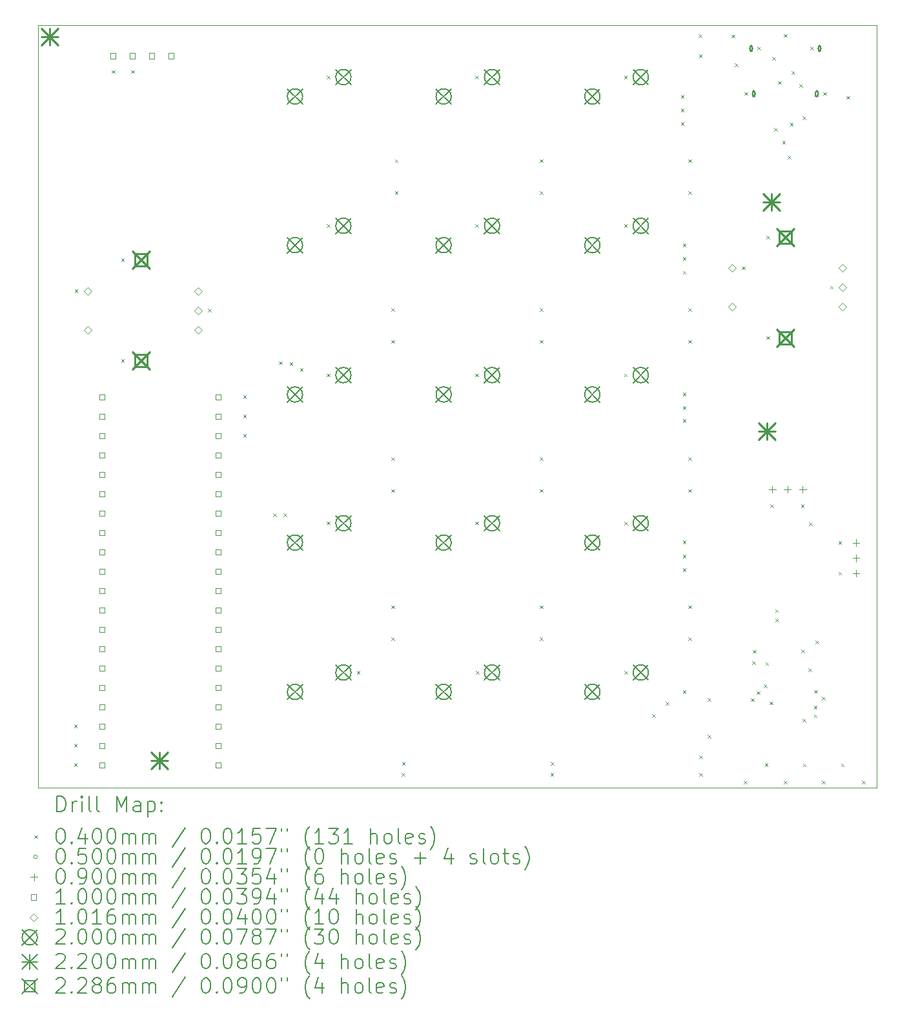
<source format=gbr>
%FSLAX45Y45*%
G04 Gerber Fmt 4.5, Leading zero omitted, Abs format (unit mm)*
G04 Created by KiCad (PCBNEW (6.0.4)) date 2022-04-24 15:44:57*
%MOMM*%
%LPD*%
G01*
G04 APERTURE LIST*
%TA.AperFunction,Profile*%
%ADD10C,0.100000*%
%TD*%
%ADD11C,0.200000*%
%ADD12C,0.040000*%
%ADD13C,0.050000*%
%ADD14C,0.090000*%
%ADD15C,0.100000*%
%ADD16C,0.101600*%
%ADD17C,0.220000*%
%ADD18C,0.228600*%
G04 APERTURE END LIST*
D10*
X20141000Y-5388000D02*
X9141000Y-5388000D01*
X9141000Y-5388000D02*
X9141000Y-15388000D01*
X20141000Y-15388000D02*
X20141000Y-5388000D01*
X9141000Y-15388000D02*
X20141000Y-15388000D01*
D11*
D12*
X9615000Y-14565000D02*
X9655000Y-14605000D01*
X9655000Y-14565000D02*
X9615000Y-14605000D01*
X9615000Y-14815000D02*
X9655000Y-14855000D01*
X9655000Y-14815000D02*
X9615000Y-14855000D01*
X9615000Y-15070000D02*
X9655000Y-15110000D01*
X9655000Y-15070000D02*
X9615000Y-15110000D01*
X9625000Y-8855000D02*
X9665000Y-8895000D01*
X9665000Y-8855000D02*
X9625000Y-8895000D01*
X10110000Y-5980000D02*
X10150000Y-6020000D01*
X10150000Y-5980000D02*
X10110000Y-6020000D01*
X10235000Y-8450000D02*
X10275000Y-8490000D01*
X10275000Y-8450000D02*
X10235000Y-8490000D01*
X10235000Y-9770000D02*
X10275000Y-9810000D01*
X10275000Y-9770000D02*
X10235000Y-9810000D01*
X10365000Y-5980000D02*
X10405000Y-6020000D01*
X10405000Y-5980000D02*
X10365000Y-6020000D01*
X11375000Y-9110000D02*
X11415000Y-9150000D01*
X11415000Y-9110000D02*
X11375000Y-9150000D01*
X11835000Y-10245000D02*
X11875000Y-10285000D01*
X11875000Y-10245000D02*
X11835000Y-10285000D01*
X11835000Y-10500000D02*
X11875000Y-10540000D01*
X11875000Y-10500000D02*
X11835000Y-10540000D01*
X11835000Y-10755000D02*
X11875000Y-10795000D01*
X11875000Y-10755000D02*
X11835000Y-10795000D01*
X12230000Y-11795000D02*
X12270000Y-11835000D01*
X12270000Y-11795000D02*
X12230000Y-11835000D01*
X12305000Y-9800000D02*
X12345000Y-9840000D01*
X12345000Y-9800000D02*
X12305000Y-9840000D01*
X12365000Y-11795000D02*
X12405000Y-11835000D01*
X12405000Y-11795000D02*
X12365000Y-11835000D01*
X12445000Y-9815000D02*
X12485000Y-9855000D01*
X12485000Y-9815000D02*
X12445000Y-9855000D01*
X12580000Y-9890000D02*
X12620000Y-9930000D01*
X12620000Y-9890000D02*
X12580000Y-9930000D01*
X12930000Y-6050000D02*
X12970000Y-6090000D01*
X12970000Y-6050000D02*
X12930000Y-6090000D01*
X12930000Y-8000000D02*
X12970000Y-8040000D01*
X12970000Y-8000000D02*
X12930000Y-8040000D01*
X12930000Y-9960000D02*
X12970000Y-10000000D01*
X12970000Y-9960000D02*
X12930000Y-10000000D01*
X12930000Y-11900000D02*
X12970000Y-11940000D01*
X12970000Y-11900000D02*
X12930000Y-11940000D01*
X13325000Y-13860000D02*
X13365000Y-13900000D01*
X13365000Y-13860000D02*
X13325000Y-13900000D01*
X13775000Y-9100000D02*
X13815000Y-9140000D01*
X13815000Y-9100000D02*
X13775000Y-9140000D01*
X13775000Y-9520000D02*
X13815000Y-9560000D01*
X13815000Y-9520000D02*
X13775000Y-9560000D01*
X13775000Y-11055000D02*
X13815000Y-11095000D01*
X13815000Y-11055000D02*
X13775000Y-11095000D01*
X13775000Y-11475000D02*
X13815000Y-11515000D01*
X13815000Y-11475000D02*
X13775000Y-11515000D01*
X13775000Y-13000000D02*
X13815000Y-13040000D01*
X13815000Y-13000000D02*
X13775000Y-13040000D01*
X13775000Y-13420000D02*
X13815000Y-13460000D01*
X13815000Y-13420000D02*
X13775000Y-13460000D01*
X13825000Y-7150000D02*
X13865000Y-7190000D01*
X13865000Y-7150000D02*
X13825000Y-7190000D01*
X13825000Y-7570000D02*
X13865000Y-7610000D01*
X13865000Y-7570000D02*
X13825000Y-7610000D01*
X13915000Y-15195000D02*
X13955000Y-15235000D01*
X13955000Y-15195000D02*
X13915000Y-15235000D01*
X13916270Y-15053730D02*
X13956270Y-15093730D01*
X13956270Y-15053730D02*
X13916270Y-15093730D01*
X14880000Y-6050000D02*
X14920000Y-6090000D01*
X14920000Y-6050000D02*
X14880000Y-6090000D01*
X14880000Y-8000000D02*
X14920000Y-8040000D01*
X14920000Y-8000000D02*
X14880000Y-8040000D01*
X14880000Y-9960000D02*
X14920000Y-10000000D01*
X14920000Y-9960000D02*
X14880000Y-10000000D01*
X14880000Y-11900000D02*
X14920000Y-11940000D01*
X14920000Y-11900000D02*
X14880000Y-11940000D01*
X14885000Y-13860000D02*
X14925000Y-13900000D01*
X14925000Y-13860000D02*
X14885000Y-13900000D01*
X15725000Y-7150000D02*
X15765000Y-7190000D01*
X15765000Y-7150000D02*
X15725000Y-7190000D01*
X15725000Y-7570000D02*
X15765000Y-7610000D01*
X15765000Y-7570000D02*
X15725000Y-7610000D01*
X15725000Y-9100000D02*
X15765000Y-9140000D01*
X15765000Y-9100000D02*
X15725000Y-9140000D01*
X15725000Y-9520000D02*
X15765000Y-9560000D01*
X15765000Y-9520000D02*
X15725000Y-9560000D01*
X15725000Y-11055000D02*
X15765000Y-11095000D01*
X15765000Y-11055000D02*
X15725000Y-11095000D01*
X15725000Y-11475000D02*
X15765000Y-11515000D01*
X15765000Y-11475000D02*
X15725000Y-11515000D01*
X15725000Y-13000000D02*
X15765000Y-13040000D01*
X15765000Y-13000000D02*
X15725000Y-13040000D01*
X15725000Y-13420000D02*
X15765000Y-13460000D01*
X15765000Y-13420000D02*
X15725000Y-13460000D01*
X15865000Y-15195000D02*
X15905000Y-15235000D01*
X15905000Y-15195000D02*
X15865000Y-15235000D01*
X15866270Y-15053730D02*
X15906270Y-15093730D01*
X15906270Y-15053730D02*
X15866270Y-15093730D01*
X16830000Y-6050000D02*
X16870000Y-6090000D01*
X16870000Y-6050000D02*
X16830000Y-6090000D01*
X16830000Y-8000000D02*
X16870000Y-8040000D01*
X16870000Y-8000000D02*
X16830000Y-8040000D01*
X16830000Y-9960000D02*
X16870000Y-10000000D01*
X16870000Y-9960000D02*
X16830000Y-10000000D01*
X16835000Y-11905000D02*
X16875000Y-11945000D01*
X16875000Y-11905000D02*
X16835000Y-11945000D01*
X16835000Y-13860000D02*
X16875000Y-13900000D01*
X16875000Y-13860000D02*
X16835000Y-13900000D01*
X17195000Y-14425000D02*
X17235000Y-14465000D01*
X17235000Y-14425000D02*
X17195000Y-14465000D01*
X17375000Y-14265000D02*
X17415000Y-14305000D01*
X17415000Y-14265000D02*
X17375000Y-14305000D01*
X17575000Y-6305000D02*
X17615000Y-6345000D01*
X17615000Y-6305000D02*
X17575000Y-6345000D01*
X17575000Y-6485000D02*
X17615000Y-6525000D01*
X17615000Y-6485000D02*
X17575000Y-6525000D01*
X17575000Y-6660000D02*
X17615000Y-6700000D01*
X17615000Y-6660000D02*
X17575000Y-6700000D01*
X17600000Y-8255000D02*
X17640000Y-8295000D01*
X17640000Y-8255000D02*
X17600000Y-8295000D01*
X17600000Y-8435000D02*
X17640000Y-8475000D01*
X17640000Y-8435000D02*
X17600000Y-8475000D01*
X17600000Y-8615000D02*
X17640000Y-8655000D01*
X17640000Y-8615000D02*
X17600000Y-8655000D01*
X17600000Y-10210000D02*
X17640000Y-10250000D01*
X17640000Y-10210000D02*
X17600000Y-10250000D01*
X17600000Y-10385000D02*
X17640000Y-10425000D01*
X17640000Y-10385000D02*
X17600000Y-10425000D01*
X17600000Y-10560000D02*
X17640000Y-10600000D01*
X17640000Y-10560000D02*
X17600000Y-10600000D01*
X17600000Y-12150000D02*
X17640000Y-12190000D01*
X17640000Y-12150000D02*
X17600000Y-12190000D01*
X17600000Y-12335000D02*
X17640000Y-12375000D01*
X17640000Y-12335000D02*
X17600000Y-12375000D01*
X17600000Y-12515000D02*
X17640000Y-12555000D01*
X17640000Y-12515000D02*
X17600000Y-12555000D01*
X17600000Y-14115000D02*
X17640000Y-14155000D01*
X17640000Y-14115000D02*
X17600000Y-14155000D01*
X17675000Y-7150000D02*
X17715000Y-7190000D01*
X17715000Y-7150000D02*
X17675000Y-7190000D01*
X17675000Y-7570000D02*
X17715000Y-7610000D01*
X17715000Y-7570000D02*
X17675000Y-7610000D01*
X17675000Y-9100000D02*
X17715000Y-9140000D01*
X17715000Y-9100000D02*
X17675000Y-9140000D01*
X17675000Y-9520000D02*
X17715000Y-9560000D01*
X17715000Y-9520000D02*
X17675000Y-9560000D01*
X17675000Y-11055000D02*
X17715000Y-11095000D01*
X17715000Y-11055000D02*
X17675000Y-11095000D01*
X17675000Y-11475000D02*
X17715000Y-11515000D01*
X17715000Y-11475000D02*
X17675000Y-11515000D01*
X17675000Y-13000000D02*
X17715000Y-13040000D01*
X17715000Y-13000000D02*
X17675000Y-13040000D01*
X17675000Y-13420000D02*
X17715000Y-13460000D01*
X17715000Y-13420000D02*
X17675000Y-13460000D01*
X17810000Y-5510000D02*
X17850000Y-5550000D01*
X17850000Y-5510000D02*
X17810000Y-5550000D01*
X17812000Y-5773000D02*
X17852000Y-5813000D01*
X17852000Y-5773000D02*
X17812000Y-5813000D01*
X17815000Y-15196270D02*
X17855000Y-15236270D01*
X17855000Y-15196270D02*
X17815000Y-15236270D01*
X17815001Y-14969999D02*
X17855001Y-15009999D01*
X17855001Y-14969999D02*
X17815001Y-15009999D01*
X17925000Y-14215000D02*
X17965000Y-14255000D01*
X17965000Y-14215000D02*
X17925000Y-14255000D01*
X17925000Y-14697450D02*
X17965000Y-14737450D01*
X17965000Y-14697450D02*
X17925000Y-14737450D01*
X18240000Y-5515000D02*
X18280000Y-5555000D01*
X18280000Y-5515000D02*
X18240000Y-5555000D01*
X18280000Y-5890000D02*
X18320000Y-5930000D01*
X18320000Y-5890000D02*
X18280000Y-5930000D01*
X18375000Y-8555000D02*
X18415000Y-8595000D01*
X18415000Y-8555000D02*
X18375000Y-8595000D01*
X18400000Y-15300000D02*
X18440000Y-15340000D01*
X18440000Y-15300000D02*
X18400000Y-15340000D01*
X18410000Y-6270000D02*
X18450000Y-6310000D01*
X18450000Y-6270000D02*
X18410000Y-6310000D01*
X18495000Y-14220000D02*
X18535000Y-14260000D01*
X18535000Y-14220000D02*
X18495000Y-14260000D01*
X18510000Y-13735000D02*
X18550000Y-13775000D01*
X18550000Y-13735000D02*
X18510000Y-13775000D01*
X18520000Y-13585000D02*
X18560000Y-13625000D01*
X18560000Y-13585000D02*
X18520000Y-13625000D01*
X18570000Y-14125000D02*
X18610000Y-14165000D01*
X18610000Y-14125000D02*
X18570000Y-14165000D01*
X18580000Y-5675000D02*
X18620000Y-5715000D01*
X18620000Y-5675000D02*
X18580000Y-5715000D01*
X18665000Y-14035000D02*
X18705000Y-14075000D01*
X18705000Y-14035000D02*
X18665000Y-14075000D01*
X18675000Y-15070000D02*
X18715000Y-15110000D01*
X18715000Y-15070000D02*
X18675000Y-15110000D01*
X18685000Y-13745000D02*
X18725000Y-13785000D01*
X18725000Y-13745000D02*
X18685000Y-13785000D01*
X18695000Y-8150000D02*
X18735000Y-8190000D01*
X18735000Y-8150000D02*
X18695000Y-8190000D01*
X18695000Y-9470000D02*
X18735000Y-9510000D01*
X18735000Y-9470000D02*
X18695000Y-9510000D01*
X18740000Y-14262550D02*
X18780000Y-14302550D01*
X18780000Y-14262550D02*
X18740000Y-14302550D01*
X18750000Y-11675000D02*
X18790000Y-11715000D01*
X18790000Y-11675000D02*
X18750000Y-11715000D01*
X18775000Y-5805000D02*
X18815000Y-5845000D01*
X18815000Y-5805000D02*
X18775000Y-5845000D01*
X18800000Y-6740000D02*
X18840000Y-6780000D01*
X18840000Y-6740000D02*
X18800000Y-6780000D01*
X18810000Y-13050000D02*
X18850000Y-13090000D01*
X18850000Y-13050000D02*
X18810000Y-13090000D01*
X18815000Y-13175000D02*
X18855000Y-13215000D01*
X18855000Y-13175000D02*
X18815000Y-13215000D01*
X18850000Y-6125000D02*
X18890000Y-6165000D01*
X18890000Y-6125000D02*
X18850000Y-6165000D01*
X18905000Y-6910000D02*
X18945000Y-6950000D01*
X18945000Y-6910000D02*
X18905000Y-6950000D01*
X18925000Y-5507450D02*
X18965000Y-5547450D01*
X18965000Y-5507450D02*
X18925000Y-5547450D01*
X18925000Y-15300000D02*
X18965000Y-15340000D01*
X18965000Y-15300000D02*
X18925000Y-15340000D01*
X18975000Y-7105000D02*
X19015000Y-7145000D01*
X19015000Y-7105000D02*
X18975000Y-7145000D01*
X19005000Y-6670000D02*
X19045000Y-6710000D01*
X19045000Y-6670000D02*
X19005000Y-6710000D01*
X19025000Y-5995000D02*
X19065000Y-6035000D01*
X19065000Y-5995000D02*
X19025000Y-6035000D01*
X19129906Y-6165044D02*
X19169906Y-6205044D01*
X19169906Y-6165044D02*
X19129906Y-6205044D01*
X19150000Y-11675000D02*
X19190000Y-11715000D01*
X19190000Y-11675000D02*
X19150000Y-11715000D01*
X19153717Y-13581527D02*
X19193717Y-13621527D01*
X19193717Y-13581527D02*
X19153717Y-13621527D01*
X19170000Y-14485000D02*
X19210000Y-14525000D01*
X19210000Y-14485000D02*
X19170000Y-14525000D01*
X19173007Y-6585000D02*
X19213007Y-6625000D01*
X19213007Y-6585000D02*
X19173007Y-6625000D01*
X19175000Y-15075000D02*
X19215000Y-15115000D01*
X19215000Y-15075000D02*
X19175000Y-15115000D01*
X19245000Y-13825000D02*
X19285000Y-13865000D01*
X19285000Y-13825000D02*
X19245000Y-13865000D01*
X19255000Y-11915000D02*
X19295000Y-11955000D01*
X19295000Y-11915000D02*
X19255000Y-11955000D01*
X19270000Y-5675000D02*
X19310000Y-5715000D01*
X19310000Y-5675000D02*
X19270000Y-5715000D01*
X19320000Y-14315000D02*
X19360000Y-14355000D01*
X19360000Y-14315000D02*
X19320000Y-14355000D01*
X19320000Y-14430000D02*
X19360000Y-14470000D01*
X19360000Y-14430000D02*
X19320000Y-14470000D01*
X19325000Y-14110000D02*
X19365000Y-14150000D01*
X19365000Y-14110000D02*
X19325000Y-14150000D01*
X19340000Y-13460000D02*
X19380000Y-13500000D01*
X19380000Y-13460000D02*
X19340000Y-13500000D01*
X19425000Y-15300000D02*
X19465000Y-15340000D01*
X19465000Y-15300000D02*
X19425000Y-15340000D01*
X19427550Y-14195000D02*
X19467550Y-14235000D01*
X19467550Y-14195000D02*
X19427550Y-14235000D01*
X19440000Y-6270000D02*
X19480000Y-6310000D01*
X19480000Y-6270000D02*
X19440000Y-6310000D01*
X19530000Y-8810000D02*
X19570000Y-8850000D01*
X19570000Y-8810000D02*
X19530000Y-8850000D01*
X19640000Y-12160000D02*
X19680000Y-12200000D01*
X19680000Y-12160000D02*
X19640000Y-12200000D01*
X19640000Y-12560000D02*
X19680000Y-12600000D01*
X19680000Y-12560000D02*
X19640000Y-12600000D01*
X19675000Y-15075000D02*
X19715000Y-15115000D01*
X19715000Y-15075000D02*
X19675000Y-15115000D01*
X19745000Y-6320000D02*
X19785000Y-6360000D01*
X19785000Y-6320000D02*
X19745000Y-6360000D01*
X19950000Y-15300000D02*
X19990000Y-15340000D01*
X19990000Y-15300000D02*
X19950000Y-15340000D01*
D13*
X18521000Y-5696000D02*
G75*
G03*
X18521000Y-5696000I-25000J0D01*
G01*
D11*
X18511000Y-5726000D02*
X18511000Y-5666000D01*
X18481000Y-5726000D02*
X18481000Y-5666000D01*
X18511000Y-5666000D02*
G75*
G03*
X18481000Y-5666000I-15000J0D01*
G01*
X18481000Y-5726000D02*
G75*
G03*
X18511000Y-5726000I15000J0D01*
G01*
D13*
X18557000Y-6291000D02*
G75*
G03*
X18557000Y-6291000I-25000J0D01*
G01*
D11*
X18547000Y-6321000D02*
X18547000Y-6261000D01*
X18517000Y-6321000D02*
X18517000Y-6261000D01*
X18547000Y-6261000D02*
G75*
G03*
X18517000Y-6261000I-15000J0D01*
G01*
X18517000Y-6321000D02*
G75*
G03*
X18547000Y-6321000I15000J0D01*
G01*
D13*
X19383000Y-6291000D02*
G75*
G03*
X19383000Y-6291000I-25000J0D01*
G01*
D11*
X19373000Y-6321000D02*
X19373000Y-6261000D01*
X19343000Y-6321000D02*
X19343000Y-6261000D01*
X19373000Y-6261000D02*
G75*
G03*
X19343000Y-6261000I-15000J0D01*
G01*
X19343000Y-6321000D02*
G75*
G03*
X19373000Y-6321000I15000J0D01*
G01*
D13*
X19419000Y-5696000D02*
G75*
G03*
X19419000Y-5696000I-25000J0D01*
G01*
D11*
X19409000Y-5726000D02*
X19409000Y-5666000D01*
X19379000Y-5726000D02*
X19379000Y-5666000D01*
X19409000Y-5666000D02*
G75*
G03*
X19379000Y-5666000I-15000J0D01*
G01*
X19379000Y-5726000D02*
G75*
G03*
X19409000Y-5726000I15000J0D01*
G01*
D14*
X18773175Y-11435000D02*
X18773175Y-11525000D01*
X18728175Y-11480000D02*
X18818175Y-11480000D01*
X18973175Y-11435000D02*
X18973175Y-11525000D01*
X18928175Y-11480000D02*
X19018175Y-11480000D01*
X19173175Y-11435000D02*
X19173175Y-11525000D01*
X19128175Y-11480000D02*
X19218175Y-11480000D01*
X19873175Y-12135000D02*
X19873175Y-12225000D01*
X19828175Y-12180000D02*
X19918175Y-12180000D01*
X19873175Y-12335000D02*
X19873175Y-12425000D01*
X19828175Y-12380000D02*
X19918175Y-12380000D01*
X19873175Y-12535000D02*
X19873175Y-12625000D01*
X19828175Y-12580000D02*
X19918175Y-12580000D01*
D15*
X10018356Y-10302356D02*
X10018356Y-10231644D01*
X9947644Y-10231644D01*
X9947644Y-10302356D01*
X10018356Y-10302356D01*
X10018356Y-10556356D02*
X10018356Y-10485644D01*
X9947644Y-10485644D01*
X9947644Y-10556356D01*
X10018356Y-10556356D01*
X10018356Y-10810356D02*
X10018356Y-10739644D01*
X9947644Y-10739644D01*
X9947644Y-10810356D01*
X10018356Y-10810356D01*
X10018356Y-11064356D02*
X10018356Y-10993644D01*
X9947644Y-10993644D01*
X9947644Y-11064356D01*
X10018356Y-11064356D01*
X10018356Y-11318356D02*
X10018356Y-11247644D01*
X9947644Y-11247644D01*
X9947644Y-11318356D01*
X10018356Y-11318356D01*
X10018356Y-11572356D02*
X10018356Y-11501644D01*
X9947644Y-11501644D01*
X9947644Y-11572356D01*
X10018356Y-11572356D01*
X10018356Y-11826356D02*
X10018356Y-11755644D01*
X9947644Y-11755644D01*
X9947644Y-11826356D01*
X10018356Y-11826356D01*
X10018356Y-12080356D02*
X10018356Y-12009644D01*
X9947644Y-12009644D01*
X9947644Y-12080356D01*
X10018356Y-12080356D01*
X10018356Y-12334356D02*
X10018356Y-12263644D01*
X9947644Y-12263644D01*
X9947644Y-12334356D01*
X10018356Y-12334356D01*
X10018356Y-12588356D02*
X10018356Y-12517644D01*
X9947644Y-12517644D01*
X9947644Y-12588356D01*
X10018356Y-12588356D01*
X10018356Y-12842356D02*
X10018356Y-12771644D01*
X9947644Y-12771644D01*
X9947644Y-12842356D01*
X10018356Y-12842356D01*
X10018356Y-13096356D02*
X10018356Y-13025644D01*
X9947644Y-13025644D01*
X9947644Y-13096356D01*
X10018356Y-13096356D01*
X10018356Y-13350356D02*
X10018356Y-13279644D01*
X9947644Y-13279644D01*
X9947644Y-13350356D01*
X10018356Y-13350356D01*
X10018356Y-13604356D02*
X10018356Y-13533644D01*
X9947644Y-13533644D01*
X9947644Y-13604356D01*
X10018356Y-13604356D01*
X10018356Y-13858356D02*
X10018356Y-13787644D01*
X9947644Y-13787644D01*
X9947644Y-13858356D01*
X10018356Y-13858356D01*
X10018356Y-14112356D02*
X10018356Y-14041644D01*
X9947644Y-14041644D01*
X9947644Y-14112356D01*
X10018356Y-14112356D01*
X10018356Y-14366356D02*
X10018356Y-14295644D01*
X9947644Y-14295644D01*
X9947644Y-14366356D01*
X10018356Y-14366356D01*
X10018356Y-14620356D02*
X10018356Y-14549644D01*
X9947644Y-14549644D01*
X9947644Y-14620356D01*
X10018356Y-14620356D01*
X10018356Y-14874356D02*
X10018356Y-14803644D01*
X9947644Y-14803644D01*
X9947644Y-14874356D01*
X10018356Y-14874356D01*
X10018356Y-15128356D02*
X10018356Y-15057644D01*
X9947644Y-15057644D01*
X9947644Y-15128356D01*
X10018356Y-15128356D01*
X10164356Y-5828356D02*
X10164356Y-5757644D01*
X10093644Y-5757644D01*
X10093644Y-5828356D01*
X10164356Y-5828356D01*
X10418356Y-5828356D02*
X10418356Y-5757644D01*
X10347644Y-5757644D01*
X10347644Y-5828356D01*
X10418356Y-5828356D01*
X10672356Y-5828356D02*
X10672356Y-5757644D01*
X10601644Y-5757644D01*
X10601644Y-5828356D01*
X10672356Y-5828356D01*
X10926356Y-5828356D02*
X10926356Y-5757644D01*
X10855644Y-5757644D01*
X10855644Y-5828356D01*
X10926356Y-5828356D01*
X11542356Y-10302356D02*
X11542356Y-10231644D01*
X11471644Y-10231644D01*
X11471644Y-10302356D01*
X11542356Y-10302356D01*
X11542356Y-10556356D02*
X11542356Y-10485644D01*
X11471644Y-10485644D01*
X11471644Y-10556356D01*
X11542356Y-10556356D01*
X11542356Y-10810356D02*
X11542356Y-10739644D01*
X11471644Y-10739644D01*
X11471644Y-10810356D01*
X11542356Y-10810356D01*
X11542356Y-11064356D02*
X11542356Y-10993644D01*
X11471644Y-10993644D01*
X11471644Y-11064356D01*
X11542356Y-11064356D01*
X11542356Y-11318356D02*
X11542356Y-11247644D01*
X11471644Y-11247644D01*
X11471644Y-11318356D01*
X11542356Y-11318356D01*
X11542356Y-11572356D02*
X11542356Y-11501644D01*
X11471644Y-11501644D01*
X11471644Y-11572356D01*
X11542356Y-11572356D01*
X11542356Y-11826356D02*
X11542356Y-11755644D01*
X11471644Y-11755644D01*
X11471644Y-11826356D01*
X11542356Y-11826356D01*
X11542356Y-12080356D02*
X11542356Y-12009644D01*
X11471644Y-12009644D01*
X11471644Y-12080356D01*
X11542356Y-12080356D01*
X11542356Y-12334356D02*
X11542356Y-12263644D01*
X11471644Y-12263644D01*
X11471644Y-12334356D01*
X11542356Y-12334356D01*
X11542356Y-12588356D02*
X11542356Y-12517644D01*
X11471644Y-12517644D01*
X11471644Y-12588356D01*
X11542356Y-12588356D01*
X11542356Y-12842356D02*
X11542356Y-12771644D01*
X11471644Y-12771644D01*
X11471644Y-12842356D01*
X11542356Y-12842356D01*
X11542356Y-13096356D02*
X11542356Y-13025644D01*
X11471644Y-13025644D01*
X11471644Y-13096356D01*
X11542356Y-13096356D01*
X11542356Y-13350356D02*
X11542356Y-13279644D01*
X11471644Y-13279644D01*
X11471644Y-13350356D01*
X11542356Y-13350356D01*
X11542356Y-13604356D02*
X11542356Y-13533644D01*
X11471644Y-13533644D01*
X11471644Y-13604356D01*
X11542356Y-13604356D01*
X11542356Y-13858356D02*
X11542356Y-13787644D01*
X11471644Y-13787644D01*
X11471644Y-13858356D01*
X11542356Y-13858356D01*
X11542356Y-14112356D02*
X11542356Y-14041644D01*
X11471644Y-14041644D01*
X11471644Y-14112356D01*
X11542356Y-14112356D01*
X11542356Y-14366356D02*
X11542356Y-14295644D01*
X11471644Y-14295644D01*
X11471644Y-14366356D01*
X11542356Y-14366356D01*
X11542356Y-14620356D02*
X11542356Y-14549644D01*
X11471644Y-14549644D01*
X11471644Y-14620356D01*
X11542356Y-14620356D01*
X11542356Y-14874356D02*
X11542356Y-14803644D01*
X11471644Y-14803644D01*
X11471644Y-14874356D01*
X11542356Y-14874356D01*
X11542356Y-15128356D02*
X11542356Y-15057644D01*
X11471644Y-15057644D01*
X11471644Y-15128356D01*
X11542356Y-15128356D01*
D16*
X9796500Y-8926800D02*
X9847300Y-8876000D01*
X9796500Y-8825200D01*
X9745700Y-8876000D01*
X9796500Y-8926800D01*
X9796500Y-9434800D02*
X9847300Y-9384000D01*
X9796500Y-9333200D01*
X9745700Y-9384000D01*
X9796500Y-9434800D01*
X11244300Y-8926800D02*
X11295100Y-8876000D01*
X11244300Y-8825200D01*
X11193500Y-8876000D01*
X11244300Y-8926800D01*
X11244300Y-9180800D02*
X11295100Y-9130000D01*
X11244300Y-9079200D01*
X11193500Y-9130000D01*
X11244300Y-9180800D01*
X11244300Y-9434800D02*
X11295100Y-9384000D01*
X11244300Y-9333200D01*
X11193500Y-9384000D01*
X11244300Y-9434800D01*
X18246500Y-8626800D02*
X18297300Y-8576000D01*
X18246500Y-8525200D01*
X18195700Y-8576000D01*
X18246500Y-8626800D01*
X18246500Y-9134800D02*
X18297300Y-9084000D01*
X18246500Y-9033200D01*
X18195700Y-9084000D01*
X18246500Y-9134800D01*
X19694300Y-8626800D02*
X19745100Y-8576000D01*
X19694300Y-8525200D01*
X19643500Y-8576000D01*
X19694300Y-8626800D01*
X19694300Y-8880800D02*
X19745100Y-8830000D01*
X19694300Y-8779200D01*
X19643500Y-8830000D01*
X19694300Y-8880800D01*
X19694300Y-9134800D02*
X19745100Y-9084000D01*
X19694300Y-9033200D01*
X19643500Y-9084000D01*
X19694300Y-9134800D01*
D11*
X12414000Y-6226000D02*
X12614000Y-6426000D01*
X12614000Y-6226000D02*
X12414000Y-6426000D01*
X12614000Y-6326000D02*
G75*
G03*
X12614000Y-6326000I-100000J0D01*
G01*
X12414000Y-8176000D02*
X12614000Y-8376000D01*
X12614000Y-8176000D02*
X12414000Y-8376000D01*
X12614000Y-8276000D02*
G75*
G03*
X12614000Y-8276000I-100000J0D01*
G01*
X12414000Y-10134000D02*
X12614000Y-10334000D01*
X12614000Y-10134000D02*
X12414000Y-10334000D01*
X12614000Y-10234000D02*
G75*
G03*
X12614000Y-10234000I-100000J0D01*
G01*
X12414000Y-12076000D02*
X12614000Y-12276000D01*
X12614000Y-12076000D02*
X12414000Y-12276000D01*
X12614000Y-12176000D02*
G75*
G03*
X12614000Y-12176000I-100000J0D01*
G01*
X12414000Y-14034000D02*
X12614000Y-14234000D01*
X12614000Y-14034000D02*
X12414000Y-14234000D01*
X12614000Y-14134000D02*
G75*
G03*
X12614000Y-14134000I-100000J0D01*
G01*
X13049000Y-5972000D02*
X13249000Y-6172000D01*
X13249000Y-5972000D02*
X13049000Y-6172000D01*
X13249000Y-6072000D02*
G75*
G03*
X13249000Y-6072000I-100000J0D01*
G01*
X13049000Y-7922000D02*
X13249000Y-8122000D01*
X13249000Y-7922000D02*
X13049000Y-8122000D01*
X13249000Y-8022000D02*
G75*
G03*
X13249000Y-8022000I-100000J0D01*
G01*
X13049000Y-9880000D02*
X13249000Y-10080000D01*
X13249000Y-9880000D02*
X13049000Y-10080000D01*
X13249000Y-9980000D02*
G75*
G03*
X13249000Y-9980000I-100000J0D01*
G01*
X13049000Y-11822000D02*
X13249000Y-12022000D01*
X13249000Y-11822000D02*
X13049000Y-12022000D01*
X13249000Y-11922000D02*
G75*
G03*
X13249000Y-11922000I-100000J0D01*
G01*
X13049000Y-13780000D02*
X13249000Y-13980000D01*
X13249000Y-13780000D02*
X13049000Y-13980000D01*
X13249000Y-13880000D02*
G75*
G03*
X13249000Y-13880000I-100000J0D01*
G01*
X14364000Y-6226000D02*
X14564000Y-6426000D01*
X14564000Y-6226000D02*
X14364000Y-6426000D01*
X14564000Y-6326000D02*
G75*
G03*
X14564000Y-6326000I-100000J0D01*
G01*
X14364000Y-8176000D02*
X14564000Y-8376000D01*
X14564000Y-8176000D02*
X14364000Y-8376000D01*
X14564000Y-8276000D02*
G75*
G03*
X14564000Y-8276000I-100000J0D01*
G01*
X14364000Y-10134000D02*
X14564000Y-10334000D01*
X14564000Y-10134000D02*
X14364000Y-10334000D01*
X14564000Y-10234000D02*
G75*
G03*
X14564000Y-10234000I-100000J0D01*
G01*
X14364000Y-12076000D02*
X14564000Y-12276000D01*
X14564000Y-12076000D02*
X14364000Y-12276000D01*
X14564000Y-12176000D02*
G75*
G03*
X14564000Y-12176000I-100000J0D01*
G01*
X14364000Y-14034000D02*
X14564000Y-14234000D01*
X14564000Y-14034000D02*
X14364000Y-14234000D01*
X14564000Y-14134000D02*
G75*
G03*
X14564000Y-14134000I-100000J0D01*
G01*
X14999000Y-5972000D02*
X15199000Y-6172000D01*
X15199000Y-5972000D02*
X14999000Y-6172000D01*
X15199000Y-6072000D02*
G75*
G03*
X15199000Y-6072000I-100000J0D01*
G01*
X14999000Y-7922000D02*
X15199000Y-8122000D01*
X15199000Y-7922000D02*
X14999000Y-8122000D01*
X15199000Y-8022000D02*
G75*
G03*
X15199000Y-8022000I-100000J0D01*
G01*
X14999000Y-9880000D02*
X15199000Y-10080000D01*
X15199000Y-9880000D02*
X14999000Y-10080000D01*
X15199000Y-9980000D02*
G75*
G03*
X15199000Y-9980000I-100000J0D01*
G01*
X14999000Y-11822000D02*
X15199000Y-12022000D01*
X15199000Y-11822000D02*
X14999000Y-12022000D01*
X15199000Y-11922000D02*
G75*
G03*
X15199000Y-11922000I-100000J0D01*
G01*
X14999000Y-13780000D02*
X15199000Y-13980000D01*
X15199000Y-13780000D02*
X14999000Y-13980000D01*
X15199000Y-13880000D02*
G75*
G03*
X15199000Y-13880000I-100000J0D01*
G01*
X16314000Y-6226000D02*
X16514000Y-6426000D01*
X16514000Y-6226000D02*
X16314000Y-6426000D01*
X16514000Y-6326000D02*
G75*
G03*
X16514000Y-6326000I-100000J0D01*
G01*
X16314000Y-8176000D02*
X16514000Y-8376000D01*
X16514000Y-8176000D02*
X16314000Y-8376000D01*
X16514000Y-8276000D02*
G75*
G03*
X16514000Y-8276000I-100000J0D01*
G01*
X16314000Y-10134000D02*
X16514000Y-10334000D01*
X16514000Y-10134000D02*
X16314000Y-10334000D01*
X16514000Y-10234000D02*
G75*
G03*
X16514000Y-10234000I-100000J0D01*
G01*
X16314000Y-12076000D02*
X16514000Y-12276000D01*
X16514000Y-12076000D02*
X16314000Y-12276000D01*
X16514000Y-12176000D02*
G75*
G03*
X16514000Y-12176000I-100000J0D01*
G01*
X16314000Y-14034000D02*
X16514000Y-14234000D01*
X16514000Y-14034000D02*
X16314000Y-14234000D01*
X16514000Y-14134000D02*
G75*
G03*
X16514000Y-14134000I-100000J0D01*
G01*
X16949000Y-5972000D02*
X17149000Y-6172000D01*
X17149000Y-5972000D02*
X16949000Y-6172000D01*
X17149000Y-6072000D02*
G75*
G03*
X17149000Y-6072000I-100000J0D01*
G01*
X16949000Y-7922000D02*
X17149000Y-8122000D01*
X17149000Y-7922000D02*
X16949000Y-8122000D01*
X17149000Y-8022000D02*
G75*
G03*
X17149000Y-8022000I-100000J0D01*
G01*
X16949000Y-9880000D02*
X17149000Y-10080000D01*
X17149000Y-9880000D02*
X16949000Y-10080000D01*
X17149000Y-9980000D02*
G75*
G03*
X17149000Y-9980000I-100000J0D01*
G01*
X16949000Y-11822000D02*
X17149000Y-12022000D01*
X17149000Y-11822000D02*
X16949000Y-12022000D01*
X17149000Y-11922000D02*
G75*
G03*
X17149000Y-11922000I-100000J0D01*
G01*
X16949000Y-13780000D02*
X17149000Y-13980000D01*
X17149000Y-13780000D02*
X16949000Y-13980000D01*
X17149000Y-13880000D02*
G75*
G03*
X17149000Y-13880000I-100000J0D01*
G01*
D17*
X9190000Y-5435000D02*
X9410000Y-5655000D01*
X9410000Y-5435000D02*
X9190000Y-5655000D01*
X9300000Y-5435000D02*
X9300000Y-5655000D01*
X9190000Y-5545000D02*
X9410000Y-5545000D01*
X10625000Y-14925000D02*
X10845000Y-15145000D01*
X10845000Y-14925000D02*
X10625000Y-15145000D01*
X10735000Y-14925000D02*
X10735000Y-15145000D01*
X10625000Y-15035000D02*
X10845000Y-15035000D01*
X18595000Y-10605000D02*
X18815000Y-10825000D01*
X18815000Y-10605000D02*
X18595000Y-10825000D01*
X18705000Y-10605000D02*
X18705000Y-10825000D01*
X18595000Y-10715000D02*
X18815000Y-10715000D01*
X18655000Y-7600000D02*
X18875000Y-7820000D01*
X18875000Y-7600000D02*
X18655000Y-7820000D01*
X18765000Y-7600000D02*
X18765000Y-7820000D01*
X18655000Y-7710000D02*
X18875000Y-7710000D01*
D18*
X10380700Y-8355300D02*
X10609300Y-8583900D01*
X10609300Y-8355300D02*
X10380700Y-8583900D01*
X10575823Y-8550423D02*
X10575823Y-8388777D01*
X10414177Y-8388777D01*
X10414177Y-8550423D01*
X10575823Y-8550423D01*
X10380700Y-9676100D02*
X10609300Y-9904700D01*
X10609300Y-9676100D02*
X10380700Y-9904700D01*
X10575823Y-9871223D02*
X10575823Y-9709577D01*
X10414177Y-9709577D01*
X10414177Y-9871223D01*
X10575823Y-9871223D01*
X18830700Y-8055300D02*
X19059300Y-8283900D01*
X19059300Y-8055300D02*
X18830700Y-8283900D01*
X19025823Y-8250423D02*
X19025823Y-8088777D01*
X18864177Y-8088777D01*
X18864177Y-8250423D01*
X19025823Y-8250423D01*
X18830700Y-9376100D02*
X19059300Y-9604700D01*
X19059300Y-9376100D02*
X18830700Y-9604700D01*
X19025823Y-9571223D02*
X19025823Y-9409577D01*
X18864177Y-9409577D01*
X18864177Y-9571223D01*
X19025823Y-9571223D01*
D11*
X9393619Y-15703476D02*
X9393619Y-15503476D01*
X9441238Y-15503476D01*
X9469810Y-15513000D01*
X9488857Y-15532048D01*
X9498381Y-15551095D01*
X9507905Y-15589190D01*
X9507905Y-15617762D01*
X9498381Y-15655857D01*
X9488857Y-15674905D01*
X9469810Y-15693952D01*
X9441238Y-15703476D01*
X9393619Y-15703476D01*
X9593619Y-15703476D02*
X9593619Y-15570143D01*
X9593619Y-15608238D02*
X9603143Y-15589190D01*
X9612667Y-15579667D01*
X9631714Y-15570143D01*
X9650762Y-15570143D01*
X9717429Y-15703476D02*
X9717429Y-15570143D01*
X9717429Y-15503476D02*
X9707905Y-15513000D01*
X9717429Y-15522524D01*
X9726952Y-15513000D01*
X9717429Y-15503476D01*
X9717429Y-15522524D01*
X9841238Y-15703476D02*
X9822190Y-15693952D01*
X9812667Y-15674905D01*
X9812667Y-15503476D01*
X9946000Y-15703476D02*
X9926952Y-15693952D01*
X9917429Y-15674905D01*
X9917429Y-15503476D01*
X10174571Y-15703476D02*
X10174571Y-15503476D01*
X10241238Y-15646333D01*
X10307905Y-15503476D01*
X10307905Y-15703476D01*
X10488857Y-15703476D02*
X10488857Y-15598714D01*
X10479333Y-15579667D01*
X10460286Y-15570143D01*
X10422190Y-15570143D01*
X10403143Y-15579667D01*
X10488857Y-15693952D02*
X10469810Y-15703476D01*
X10422190Y-15703476D01*
X10403143Y-15693952D01*
X10393619Y-15674905D01*
X10393619Y-15655857D01*
X10403143Y-15636809D01*
X10422190Y-15627286D01*
X10469810Y-15627286D01*
X10488857Y-15617762D01*
X10584095Y-15570143D02*
X10584095Y-15770143D01*
X10584095Y-15579667D02*
X10603143Y-15570143D01*
X10641238Y-15570143D01*
X10660286Y-15579667D01*
X10669810Y-15589190D01*
X10679333Y-15608238D01*
X10679333Y-15665381D01*
X10669810Y-15684428D01*
X10660286Y-15693952D01*
X10641238Y-15703476D01*
X10603143Y-15703476D01*
X10584095Y-15693952D01*
X10765048Y-15684428D02*
X10774571Y-15693952D01*
X10765048Y-15703476D01*
X10755524Y-15693952D01*
X10765048Y-15684428D01*
X10765048Y-15703476D01*
X10765048Y-15579667D02*
X10774571Y-15589190D01*
X10765048Y-15598714D01*
X10755524Y-15589190D01*
X10765048Y-15579667D01*
X10765048Y-15598714D01*
D12*
X9096000Y-16013000D02*
X9136000Y-16053000D01*
X9136000Y-16013000D02*
X9096000Y-16053000D01*
D11*
X9431714Y-15923476D02*
X9450762Y-15923476D01*
X9469810Y-15933000D01*
X9479333Y-15942524D01*
X9488857Y-15961571D01*
X9498381Y-15999667D01*
X9498381Y-16047286D01*
X9488857Y-16085381D01*
X9479333Y-16104428D01*
X9469810Y-16113952D01*
X9450762Y-16123476D01*
X9431714Y-16123476D01*
X9412667Y-16113952D01*
X9403143Y-16104428D01*
X9393619Y-16085381D01*
X9384095Y-16047286D01*
X9384095Y-15999667D01*
X9393619Y-15961571D01*
X9403143Y-15942524D01*
X9412667Y-15933000D01*
X9431714Y-15923476D01*
X9584095Y-16104428D02*
X9593619Y-16113952D01*
X9584095Y-16123476D01*
X9574571Y-16113952D01*
X9584095Y-16104428D01*
X9584095Y-16123476D01*
X9765048Y-15990143D02*
X9765048Y-16123476D01*
X9717429Y-15913952D02*
X9669810Y-16056809D01*
X9793619Y-16056809D01*
X9907905Y-15923476D02*
X9926952Y-15923476D01*
X9946000Y-15933000D01*
X9955524Y-15942524D01*
X9965048Y-15961571D01*
X9974571Y-15999667D01*
X9974571Y-16047286D01*
X9965048Y-16085381D01*
X9955524Y-16104428D01*
X9946000Y-16113952D01*
X9926952Y-16123476D01*
X9907905Y-16123476D01*
X9888857Y-16113952D01*
X9879333Y-16104428D01*
X9869810Y-16085381D01*
X9860286Y-16047286D01*
X9860286Y-15999667D01*
X9869810Y-15961571D01*
X9879333Y-15942524D01*
X9888857Y-15933000D01*
X9907905Y-15923476D01*
X10098381Y-15923476D02*
X10117429Y-15923476D01*
X10136476Y-15933000D01*
X10146000Y-15942524D01*
X10155524Y-15961571D01*
X10165048Y-15999667D01*
X10165048Y-16047286D01*
X10155524Y-16085381D01*
X10146000Y-16104428D01*
X10136476Y-16113952D01*
X10117429Y-16123476D01*
X10098381Y-16123476D01*
X10079333Y-16113952D01*
X10069810Y-16104428D01*
X10060286Y-16085381D01*
X10050762Y-16047286D01*
X10050762Y-15999667D01*
X10060286Y-15961571D01*
X10069810Y-15942524D01*
X10079333Y-15933000D01*
X10098381Y-15923476D01*
X10250762Y-16123476D02*
X10250762Y-15990143D01*
X10250762Y-16009190D02*
X10260286Y-15999667D01*
X10279333Y-15990143D01*
X10307905Y-15990143D01*
X10326952Y-15999667D01*
X10336476Y-16018714D01*
X10336476Y-16123476D01*
X10336476Y-16018714D02*
X10346000Y-15999667D01*
X10365048Y-15990143D01*
X10393619Y-15990143D01*
X10412667Y-15999667D01*
X10422190Y-16018714D01*
X10422190Y-16123476D01*
X10517429Y-16123476D02*
X10517429Y-15990143D01*
X10517429Y-16009190D02*
X10526952Y-15999667D01*
X10546000Y-15990143D01*
X10574571Y-15990143D01*
X10593619Y-15999667D01*
X10603143Y-16018714D01*
X10603143Y-16123476D01*
X10603143Y-16018714D02*
X10612667Y-15999667D01*
X10631714Y-15990143D01*
X10660286Y-15990143D01*
X10679333Y-15999667D01*
X10688857Y-16018714D01*
X10688857Y-16123476D01*
X11079333Y-15913952D02*
X10907905Y-16171095D01*
X11336476Y-15923476D02*
X11355524Y-15923476D01*
X11374571Y-15933000D01*
X11384095Y-15942524D01*
X11393619Y-15961571D01*
X11403143Y-15999667D01*
X11403143Y-16047286D01*
X11393619Y-16085381D01*
X11384095Y-16104428D01*
X11374571Y-16113952D01*
X11355524Y-16123476D01*
X11336476Y-16123476D01*
X11317428Y-16113952D01*
X11307905Y-16104428D01*
X11298381Y-16085381D01*
X11288857Y-16047286D01*
X11288857Y-15999667D01*
X11298381Y-15961571D01*
X11307905Y-15942524D01*
X11317428Y-15933000D01*
X11336476Y-15923476D01*
X11488857Y-16104428D02*
X11498381Y-16113952D01*
X11488857Y-16123476D01*
X11479333Y-16113952D01*
X11488857Y-16104428D01*
X11488857Y-16123476D01*
X11622190Y-15923476D02*
X11641238Y-15923476D01*
X11660286Y-15933000D01*
X11669809Y-15942524D01*
X11679333Y-15961571D01*
X11688857Y-15999667D01*
X11688857Y-16047286D01*
X11679333Y-16085381D01*
X11669809Y-16104428D01*
X11660286Y-16113952D01*
X11641238Y-16123476D01*
X11622190Y-16123476D01*
X11603143Y-16113952D01*
X11593619Y-16104428D01*
X11584095Y-16085381D01*
X11574571Y-16047286D01*
X11574571Y-15999667D01*
X11584095Y-15961571D01*
X11593619Y-15942524D01*
X11603143Y-15933000D01*
X11622190Y-15923476D01*
X11879333Y-16123476D02*
X11765048Y-16123476D01*
X11822190Y-16123476D02*
X11822190Y-15923476D01*
X11803143Y-15952048D01*
X11784095Y-15971095D01*
X11765048Y-15980619D01*
X12060286Y-15923476D02*
X11965048Y-15923476D01*
X11955524Y-16018714D01*
X11965048Y-16009190D01*
X11984095Y-15999667D01*
X12031714Y-15999667D01*
X12050762Y-16009190D01*
X12060286Y-16018714D01*
X12069809Y-16037762D01*
X12069809Y-16085381D01*
X12060286Y-16104428D01*
X12050762Y-16113952D01*
X12031714Y-16123476D01*
X11984095Y-16123476D01*
X11965048Y-16113952D01*
X11955524Y-16104428D01*
X12136476Y-15923476D02*
X12269809Y-15923476D01*
X12184095Y-16123476D01*
X12336476Y-15923476D02*
X12336476Y-15961571D01*
X12412667Y-15923476D02*
X12412667Y-15961571D01*
X12707905Y-16199667D02*
X12698381Y-16190143D01*
X12679333Y-16161571D01*
X12669809Y-16142524D01*
X12660286Y-16113952D01*
X12650762Y-16066333D01*
X12650762Y-16028238D01*
X12660286Y-15980619D01*
X12669809Y-15952048D01*
X12679333Y-15933000D01*
X12698381Y-15904428D01*
X12707905Y-15894905D01*
X12888857Y-16123476D02*
X12774571Y-16123476D01*
X12831714Y-16123476D02*
X12831714Y-15923476D01*
X12812667Y-15952048D01*
X12793619Y-15971095D01*
X12774571Y-15980619D01*
X12955524Y-15923476D02*
X13079333Y-15923476D01*
X13012667Y-15999667D01*
X13041238Y-15999667D01*
X13060286Y-16009190D01*
X13069809Y-16018714D01*
X13079333Y-16037762D01*
X13079333Y-16085381D01*
X13069809Y-16104428D01*
X13060286Y-16113952D01*
X13041238Y-16123476D01*
X12984095Y-16123476D01*
X12965048Y-16113952D01*
X12955524Y-16104428D01*
X13269809Y-16123476D02*
X13155524Y-16123476D01*
X13212667Y-16123476D02*
X13212667Y-15923476D01*
X13193619Y-15952048D01*
X13174571Y-15971095D01*
X13155524Y-15980619D01*
X13507905Y-16123476D02*
X13507905Y-15923476D01*
X13593619Y-16123476D02*
X13593619Y-16018714D01*
X13584095Y-15999667D01*
X13565048Y-15990143D01*
X13536476Y-15990143D01*
X13517428Y-15999667D01*
X13507905Y-16009190D01*
X13717428Y-16123476D02*
X13698381Y-16113952D01*
X13688857Y-16104428D01*
X13679333Y-16085381D01*
X13679333Y-16028238D01*
X13688857Y-16009190D01*
X13698381Y-15999667D01*
X13717428Y-15990143D01*
X13746000Y-15990143D01*
X13765048Y-15999667D01*
X13774571Y-16009190D01*
X13784095Y-16028238D01*
X13784095Y-16085381D01*
X13774571Y-16104428D01*
X13765048Y-16113952D01*
X13746000Y-16123476D01*
X13717428Y-16123476D01*
X13898381Y-16123476D02*
X13879333Y-16113952D01*
X13869809Y-16094905D01*
X13869809Y-15923476D01*
X14050762Y-16113952D02*
X14031714Y-16123476D01*
X13993619Y-16123476D01*
X13974571Y-16113952D01*
X13965048Y-16094905D01*
X13965048Y-16018714D01*
X13974571Y-15999667D01*
X13993619Y-15990143D01*
X14031714Y-15990143D01*
X14050762Y-15999667D01*
X14060286Y-16018714D01*
X14060286Y-16037762D01*
X13965048Y-16056809D01*
X14136476Y-16113952D02*
X14155524Y-16123476D01*
X14193619Y-16123476D01*
X14212667Y-16113952D01*
X14222190Y-16094905D01*
X14222190Y-16085381D01*
X14212667Y-16066333D01*
X14193619Y-16056809D01*
X14165048Y-16056809D01*
X14146000Y-16047286D01*
X14136476Y-16028238D01*
X14136476Y-16018714D01*
X14146000Y-15999667D01*
X14165048Y-15990143D01*
X14193619Y-15990143D01*
X14212667Y-15999667D01*
X14288857Y-16199667D02*
X14298381Y-16190143D01*
X14317428Y-16161571D01*
X14326952Y-16142524D01*
X14336476Y-16113952D01*
X14346000Y-16066333D01*
X14346000Y-16028238D01*
X14336476Y-15980619D01*
X14326952Y-15952048D01*
X14317428Y-15933000D01*
X14298381Y-15904428D01*
X14288857Y-15894905D01*
D13*
X9136000Y-16297000D02*
G75*
G03*
X9136000Y-16297000I-25000J0D01*
G01*
D11*
X9431714Y-16187476D02*
X9450762Y-16187476D01*
X9469810Y-16197000D01*
X9479333Y-16206524D01*
X9488857Y-16225571D01*
X9498381Y-16263667D01*
X9498381Y-16311286D01*
X9488857Y-16349381D01*
X9479333Y-16368428D01*
X9469810Y-16377952D01*
X9450762Y-16387476D01*
X9431714Y-16387476D01*
X9412667Y-16377952D01*
X9403143Y-16368428D01*
X9393619Y-16349381D01*
X9384095Y-16311286D01*
X9384095Y-16263667D01*
X9393619Y-16225571D01*
X9403143Y-16206524D01*
X9412667Y-16197000D01*
X9431714Y-16187476D01*
X9584095Y-16368428D02*
X9593619Y-16377952D01*
X9584095Y-16387476D01*
X9574571Y-16377952D01*
X9584095Y-16368428D01*
X9584095Y-16387476D01*
X9774571Y-16187476D02*
X9679333Y-16187476D01*
X9669810Y-16282714D01*
X9679333Y-16273190D01*
X9698381Y-16263667D01*
X9746000Y-16263667D01*
X9765048Y-16273190D01*
X9774571Y-16282714D01*
X9784095Y-16301762D01*
X9784095Y-16349381D01*
X9774571Y-16368428D01*
X9765048Y-16377952D01*
X9746000Y-16387476D01*
X9698381Y-16387476D01*
X9679333Y-16377952D01*
X9669810Y-16368428D01*
X9907905Y-16187476D02*
X9926952Y-16187476D01*
X9946000Y-16197000D01*
X9955524Y-16206524D01*
X9965048Y-16225571D01*
X9974571Y-16263667D01*
X9974571Y-16311286D01*
X9965048Y-16349381D01*
X9955524Y-16368428D01*
X9946000Y-16377952D01*
X9926952Y-16387476D01*
X9907905Y-16387476D01*
X9888857Y-16377952D01*
X9879333Y-16368428D01*
X9869810Y-16349381D01*
X9860286Y-16311286D01*
X9860286Y-16263667D01*
X9869810Y-16225571D01*
X9879333Y-16206524D01*
X9888857Y-16197000D01*
X9907905Y-16187476D01*
X10098381Y-16187476D02*
X10117429Y-16187476D01*
X10136476Y-16197000D01*
X10146000Y-16206524D01*
X10155524Y-16225571D01*
X10165048Y-16263667D01*
X10165048Y-16311286D01*
X10155524Y-16349381D01*
X10146000Y-16368428D01*
X10136476Y-16377952D01*
X10117429Y-16387476D01*
X10098381Y-16387476D01*
X10079333Y-16377952D01*
X10069810Y-16368428D01*
X10060286Y-16349381D01*
X10050762Y-16311286D01*
X10050762Y-16263667D01*
X10060286Y-16225571D01*
X10069810Y-16206524D01*
X10079333Y-16197000D01*
X10098381Y-16187476D01*
X10250762Y-16387476D02*
X10250762Y-16254143D01*
X10250762Y-16273190D02*
X10260286Y-16263667D01*
X10279333Y-16254143D01*
X10307905Y-16254143D01*
X10326952Y-16263667D01*
X10336476Y-16282714D01*
X10336476Y-16387476D01*
X10336476Y-16282714D02*
X10346000Y-16263667D01*
X10365048Y-16254143D01*
X10393619Y-16254143D01*
X10412667Y-16263667D01*
X10422190Y-16282714D01*
X10422190Y-16387476D01*
X10517429Y-16387476D02*
X10517429Y-16254143D01*
X10517429Y-16273190D02*
X10526952Y-16263667D01*
X10546000Y-16254143D01*
X10574571Y-16254143D01*
X10593619Y-16263667D01*
X10603143Y-16282714D01*
X10603143Y-16387476D01*
X10603143Y-16282714D02*
X10612667Y-16263667D01*
X10631714Y-16254143D01*
X10660286Y-16254143D01*
X10679333Y-16263667D01*
X10688857Y-16282714D01*
X10688857Y-16387476D01*
X11079333Y-16177952D02*
X10907905Y-16435095D01*
X11336476Y-16187476D02*
X11355524Y-16187476D01*
X11374571Y-16197000D01*
X11384095Y-16206524D01*
X11393619Y-16225571D01*
X11403143Y-16263667D01*
X11403143Y-16311286D01*
X11393619Y-16349381D01*
X11384095Y-16368428D01*
X11374571Y-16377952D01*
X11355524Y-16387476D01*
X11336476Y-16387476D01*
X11317428Y-16377952D01*
X11307905Y-16368428D01*
X11298381Y-16349381D01*
X11288857Y-16311286D01*
X11288857Y-16263667D01*
X11298381Y-16225571D01*
X11307905Y-16206524D01*
X11317428Y-16197000D01*
X11336476Y-16187476D01*
X11488857Y-16368428D02*
X11498381Y-16377952D01*
X11488857Y-16387476D01*
X11479333Y-16377952D01*
X11488857Y-16368428D01*
X11488857Y-16387476D01*
X11622190Y-16187476D02*
X11641238Y-16187476D01*
X11660286Y-16197000D01*
X11669809Y-16206524D01*
X11679333Y-16225571D01*
X11688857Y-16263667D01*
X11688857Y-16311286D01*
X11679333Y-16349381D01*
X11669809Y-16368428D01*
X11660286Y-16377952D01*
X11641238Y-16387476D01*
X11622190Y-16387476D01*
X11603143Y-16377952D01*
X11593619Y-16368428D01*
X11584095Y-16349381D01*
X11574571Y-16311286D01*
X11574571Y-16263667D01*
X11584095Y-16225571D01*
X11593619Y-16206524D01*
X11603143Y-16197000D01*
X11622190Y-16187476D01*
X11879333Y-16387476D02*
X11765048Y-16387476D01*
X11822190Y-16387476D02*
X11822190Y-16187476D01*
X11803143Y-16216048D01*
X11784095Y-16235095D01*
X11765048Y-16244619D01*
X11974571Y-16387476D02*
X12012667Y-16387476D01*
X12031714Y-16377952D01*
X12041238Y-16368428D01*
X12060286Y-16339857D01*
X12069809Y-16301762D01*
X12069809Y-16225571D01*
X12060286Y-16206524D01*
X12050762Y-16197000D01*
X12031714Y-16187476D01*
X11993619Y-16187476D01*
X11974571Y-16197000D01*
X11965048Y-16206524D01*
X11955524Y-16225571D01*
X11955524Y-16273190D01*
X11965048Y-16292238D01*
X11974571Y-16301762D01*
X11993619Y-16311286D01*
X12031714Y-16311286D01*
X12050762Y-16301762D01*
X12060286Y-16292238D01*
X12069809Y-16273190D01*
X12136476Y-16187476D02*
X12269809Y-16187476D01*
X12184095Y-16387476D01*
X12336476Y-16187476D02*
X12336476Y-16225571D01*
X12412667Y-16187476D02*
X12412667Y-16225571D01*
X12707905Y-16463667D02*
X12698381Y-16454143D01*
X12679333Y-16425571D01*
X12669809Y-16406524D01*
X12660286Y-16377952D01*
X12650762Y-16330333D01*
X12650762Y-16292238D01*
X12660286Y-16244619D01*
X12669809Y-16216048D01*
X12679333Y-16197000D01*
X12698381Y-16168428D01*
X12707905Y-16158905D01*
X12822190Y-16187476D02*
X12841238Y-16187476D01*
X12860286Y-16197000D01*
X12869809Y-16206524D01*
X12879333Y-16225571D01*
X12888857Y-16263667D01*
X12888857Y-16311286D01*
X12879333Y-16349381D01*
X12869809Y-16368428D01*
X12860286Y-16377952D01*
X12841238Y-16387476D01*
X12822190Y-16387476D01*
X12803143Y-16377952D01*
X12793619Y-16368428D01*
X12784095Y-16349381D01*
X12774571Y-16311286D01*
X12774571Y-16263667D01*
X12784095Y-16225571D01*
X12793619Y-16206524D01*
X12803143Y-16197000D01*
X12822190Y-16187476D01*
X13126952Y-16387476D02*
X13126952Y-16187476D01*
X13212667Y-16387476D02*
X13212667Y-16282714D01*
X13203143Y-16263667D01*
X13184095Y-16254143D01*
X13155524Y-16254143D01*
X13136476Y-16263667D01*
X13126952Y-16273190D01*
X13336476Y-16387476D02*
X13317428Y-16377952D01*
X13307905Y-16368428D01*
X13298381Y-16349381D01*
X13298381Y-16292238D01*
X13307905Y-16273190D01*
X13317428Y-16263667D01*
X13336476Y-16254143D01*
X13365048Y-16254143D01*
X13384095Y-16263667D01*
X13393619Y-16273190D01*
X13403143Y-16292238D01*
X13403143Y-16349381D01*
X13393619Y-16368428D01*
X13384095Y-16377952D01*
X13365048Y-16387476D01*
X13336476Y-16387476D01*
X13517428Y-16387476D02*
X13498381Y-16377952D01*
X13488857Y-16358905D01*
X13488857Y-16187476D01*
X13669809Y-16377952D02*
X13650762Y-16387476D01*
X13612667Y-16387476D01*
X13593619Y-16377952D01*
X13584095Y-16358905D01*
X13584095Y-16282714D01*
X13593619Y-16263667D01*
X13612667Y-16254143D01*
X13650762Y-16254143D01*
X13669809Y-16263667D01*
X13679333Y-16282714D01*
X13679333Y-16301762D01*
X13584095Y-16320809D01*
X13755524Y-16377952D02*
X13774571Y-16387476D01*
X13812667Y-16387476D01*
X13831714Y-16377952D01*
X13841238Y-16358905D01*
X13841238Y-16349381D01*
X13831714Y-16330333D01*
X13812667Y-16320809D01*
X13784095Y-16320809D01*
X13765048Y-16311286D01*
X13755524Y-16292238D01*
X13755524Y-16282714D01*
X13765048Y-16263667D01*
X13784095Y-16254143D01*
X13812667Y-16254143D01*
X13831714Y-16263667D01*
X14079333Y-16311286D02*
X14231714Y-16311286D01*
X14155524Y-16387476D02*
X14155524Y-16235095D01*
X14565048Y-16254143D02*
X14565048Y-16387476D01*
X14517428Y-16177952D02*
X14469809Y-16320809D01*
X14593619Y-16320809D01*
X14812667Y-16377952D02*
X14831714Y-16387476D01*
X14869809Y-16387476D01*
X14888857Y-16377952D01*
X14898381Y-16358905D01*
X14898381Y-16349381D01*
X14888857Y-16330333D01*
X14869809Y-16320809D01*
X14841238Y-16320809D01*
X14822190Y-16311286D01*
X14812667Y-16292238D01*
X14812667Y-16282714D01*
X14822190Y-16263667D01*
X14841238Y-16254143D01*
X14869809Y-16254143D01*
X14888857Y-16263667D01*
X15012667Y-16387476D02*
X14993619Y-16377952D01*
X14984095Y-16358905D01*
X14984095Y-16187476D01*
X15117428Y-16387476D02*
X15098381Y-16377952D01*
X15088857Y-16368428D01*
X15079333Y-16349381D01*
X15079333Y-16292238D01*
X15088857Y-16273190D01*
X15098381Y-16263667D01*
X15117428Y-16254143D01*
X15146000Y-16254143D01*
X15165048Y-16263667D01*
X15174571Y-16273190D01*
X15184095Y-16292238D01*
X15184095Y-16349381D01*
X15174571Y-16368428D01*
X15165048Y-16377952D01*
X15146000Y-16387476D01*
X15117428Y-16387476D01*
X15241238Y-16254143D02*
X15317428Y-16254143D01*
X15269809Y-16187476D02*
X15269809Y-16358905D01*
X15279333Y-16377952D01*
X15298381Y-16387476D01*
X15317428Y-16387476D01*
X15374571Y-16377952D02*
X15393619Y-16387476D01*
X15431714Y-16387476D01*
X15450762Y-16377952D01*
X15460286Y-16358905D01*
X15460286Y-16349381D01*
X15450762Y-16330333D01*
X15431714Y-16320809D01*
X15403143Y-16320809D01*
X15384095Y-16311286D01*
X15374571Y-16292238D01*
X15374571Y-16282714D01*
X15384095Y-16263667D01*
X15403143Y-16254143D01*
X15431714Y-16254143D01*
X15450762Y-16263667D01*
X15526952Y-16463667D02*
X15536476Y-16454143D01*
X15555524Y-16425571D01*
X15565048Y-16406524D01*
X15574571Y-16377952D01*
X15584095Y-16330333D01*
X15584095Y-16292238D01*
X15574571Y-16244619D01*
X15565048Y-16216048D01*
X15555524Y-16197000D01*
X15536476Y-16168428D01*
X15526952Y-16158905D01*
D14*
X9091000Y-16516000D02*
X9091000Y-16606000D01*
X9046000Y-16561000D02*
X9136000Y-16561000D01*
D11*
X9431714Y-16451476D02*
X9450762Y-16451476D01*
X9469810Y-16461000D01*
X9479333Y-16470524D01*
X9488857Y-16489571D01*
X9498381Y-16527667D01*
X9498381Y-16575286D01*
X9488857Y-16613381D01*
X9479333Y-16632428D01*
X9469810Y-16641952D01*
X9450762Y-16651476D01*
X9431714Y-16651476D01*
X9412667Y-16641952D01*
X9403143Y-16632428D01*
X9393619Y-16613381D01*
X9384095Y-16575286D01*
X9384095Y-16527667D01*
X9393619Y-16489571D01*
X9403143Y-16470524D01*
X9412667Y-16461000D01*
X9431714Y-16451476D01*
X9584095Y-16632428D02*
X9593619Y-16641952D01*
X9584095Y-16651476D01*
X9574571Y-16641952D01*
X9584095Y-16632428D01*
X9584095Y-16651476D01*
X9688857Y-16651476D02*
X9726952Y-16651476D01*
X9746000Y-16641952D01*
X9755524Y-16632428D01*
X9774571Y-16603857D01*
X9784095Y-16565762D01*
X9784095Y-16489571D01*
X9774571Y-16470524D01*
X9765048Y-16461000D01*
X9746000Y-16451476D01*
X9707905Y-16451476D01*
X9688857Y-16461000D01*
X9679333Y-16470524D01*
X9669810Y-16489571D01*
X9669810Y-16537190D01*
X9679333Y-16556238D01*
X9688857Y-16565762D01*
X9707905Y-16575286D01*
X9746000Y-16575286D01*
X9765048Y-16565762D01*
X9774571Y-16556238D01*
X9784095Y-16537190D01*
X9907905Y-16451476D02*
X9926952Y-16451476D01*
X9946000Y-16461000D01*
X9955524Y-16470524D01*
X9965048Y-16489571D01*
X9974571Y-16527667D01*
X9974571Y-16575286D01*
X9965048Y-16613381D01*
X9955524Y-16632428D01*
X9946000Y-16641952D01*
X9926952Y-16651476D01*
X9907905Y-16651476D01*
X9888857Y-16641952D01*
X9879333Y-16632428D01*
X9869810Y-16613381D01*
X9860286Y-16575286D01*
X9860286Y-16527667D01*
X9869810Y-16489571D01*
X9879333Y-16470524D01*
X9888857Y-16461000D01*
X9907905Y-16451476D01*
X10098381Y-16451476D02*
X10117429Y-16451476D01*
X10136476Y-16461000D01*
X10146000Y-16470524D01*
X10155524Y-16489571D01*
X10165048Y-16527667D01*
X10165048Y-16575286D01*
X10155524Y-16613381D01*
X10146000Y-16632428D01*
X10136476Y-16641952D01*
X10117429Y-16651476D01*
X10098381Y-16651476D01*
X10079333Y-16641952D01*
X10069810Y-16632428D01*
X10060286Y-16613381D01*
X10050762Y-16575286D01*
X10050762Y-16527667D01*
X10060286Y-16489571D01*
X10069810Y-16470524D01*
X10079333Y-16461000D01*
X10098381Y-16451476D01*
X10250762Y-16651476D02*
X10250762Y-16518143D01*
X10250762Y-16537190D02*
X10260286Y-16527667D01*
X10279333Y-16518143D01*
X10307905Y-16518143D01*
X10326952Y-16527667D01*
X10336476Y-16546714D01*
X10336476Y-16651476D01*
X10336476Y-16546714D02*
X10346000Y-16527667D01*
X10365048Y-16518143D01*
X10393619Y-16518143D01*
X10412667Y-16527667D01*
X10422190Y-16546714D01*
X10422190Y-16651476D01*
X10517429Y-16651476D02*
X10517429Y-16518143D01*
X10517429Y-16537190D02*
X10526952Y-16527667D01*
X10546000Y-16518143D01*
X10574571Y-16518143D01*
X10593619Y-16527667D01*
X10603143Y-16546714D01*
X10603143Y-16651476D01*
X10603143Y-16546714D02*
X10612667Y-16527667D01*
X10631714Y-16518143D01*
X10660286Y-16518143D01*
X10679333Y-16527667D01*
X10688857Y-16546714D01*
X10688857Y-16651476D01*
X11079333Y-16441952D02*
X10907905Y-16699095D01*
X11336476Y-16451476D02*
X11355524Y-16451476D01*
X11374571Y-16461000D01*
X11384095Y-16470524D01*
X11393619Y-16489571D01*
X11403143Y-16527667D01*
X11403143Y-16575286D01*
X11393619Y-16613381D01*
X11384095Y-16632428D01*
X11374571Y-16641952D01*
X11355524Y-16651476D01*
X11336476Y-16651476D01*
X11317428Y-16641952D01*
X11307905Y-16632428D01*
X11298381Y-16613381D01*
X11288857Y-16575286D01*
X11288857Y-16527667D01*
X11298381Y-16489571D01*
X11307905Y-16470524D01*
X11317428Y-16461000D01*
X11336476Y-16451476D01*
X11488857Y-16632428D02*
X11498381Y-16641952D01*
X11488857Y-16651476D01*
X11479333Y-16641952D01*
X11488857Y-16632428D01*
X11488857Y-16651476D01*
X11622190Y-16451476D02*
X11641238Y-16451476D01*
X11660286Y-16461000D01*
X11669809Y-16470524D01*
X11679333Y-16489571D01*
X11688857Y-16527667D01*
X11688857Y-16575286D01*
X11679333Y-16613381D01*
X11669809Y-16632428D01*
X11660286Y-16641952D01*
X11641238Y-16651476D01*
X11622190Y-16651476D01*
X11603143Y-16641952D01*
X11593619Y-16632428D01*
X11584095Y-16613381D01*
X11574571Y-16575286D01*
X11574571Y-16527667D01*
X11584095Y-16489571D01*
X11593619Y-16470524D01*
X11603143Y-16461000D01*
X11622190Y-16451476D01*
X11755524Y-16451476D02*
X11879333Y-16451476D01*
X11812667Y-16527667D01*
X11841238Y-16527667D01*
X11860286Y-16537190D01*
X11869809Y-16546714D01*
X11879333Y-16565762D01*
X11879333Y-16613381D01*
X11869809Y-16632428D01*
X11860286Y-16641952D01*
X11841238Y-16651476D01*
X11784095Y-16651476D01*
X11765048Y-16641952D01*
X11755524Y-16632428D01*
X12060286Y-16451476D02*
X11965048Y-16451476D01*
X11955524Y-16546714D01*
X11965048Y-16537190D01*
X11984095Y-16527667D01*
X12031714Y-16527667D01*
X12050762Y-16537190D01*
X12060286Y-16546714D01*
X12069809Y-16565762D01*
X12069809Y-16613381D01*
X12060286Y-16632428D01*
X12050762Y-16641952D01*
X12031714Y-16651476D01*
X11984095Y-16651476D01*
X11965048Y-16641952D01*
X11955524Y-16632428D01*
X12241238Y-16518143D02*
X12241238Y-16651476D01*
X12193619Y-16441952D02*
X12146000Y-16584809D01*
X12269809Y-16584809D01*
X12336476Y-16451476D02*
X12336476Y-16489571D01*
X12412667Y-16451476D02*
X12412667Y-16489571D01*
X12707905Y-16727667D02*
X12698381Y-16718143D01*
X12679333Y-16689571D01*
X12669809Y-16670524D01*
X12660286Y-16641952D01*
X12650762Y-16594333D01*
X12650762Y-16556238D01*
X12660286Y-16508619D01*
X12669809Y-16480048D01*
X12679333Y-16461000D01*
X12698381Y-16432428D01*
X12707905Y-16422905D01*
X12869809Y-16451476D02*
X12831714Y-16451476D01*
X12812667Y-16461000D01*
X12803143Y-16470524D01*
X12784095Y-16499095D01*
X12774571Y-16537190D01*
X12774571Y-16613381D01*
X12784095Y-16632428D01*
X12793619Y-16641952D01*
X12812667Y-16651476D01*
X12850762Y-16651476D01*
X12869809Y-16641952D01*
X12879333Y-16632428D01*
X12888857Y-16613381D01*
X12888857Y-16565762D01*
X12879333Y-16546714D01*
X12869809Y-16537190D01*
X12850762Y-16527667D01*
X12812667Y-16527667D01*
X12793619Y-16537190D01*
X12784095Y-16546714D01*
X12774571Y-16565762D01*
X13126952Y-16651476D02*
X13126952Y-16451476D01*
X13212667Y-16651476D02*
X13212667Y-16546714D01*
X13203143Y-16527667D01*
X13184095Y-16518143D01*
X13155524Y-16518143D01*
X13136476Y-16527667D01*
X13126952Y-16537190D01*
X13336476Y-16651476D02*
X13317428Y-16641952D01*
X13307905Y-16632428D01*
X13298381Y-16613381D01*
X13298381Y-16556238D01*
X13307905Y-16537190D01*
X13317428Y-16527667D01*
X13336476Y-16518143D01*
X13365048Y-16518143D01*
X13384095Y-16527667D01*
X13393619Y-16537190D01*
X13403143Y-16556238D01*
X13403143Y-16613381D01*
X13393619Y-16632428D01*
X13384095Y-16641952D01*
X13365048Y-16651476D01*
X13336476Y-16651476D01*
X13517428Y-16651476D02*
X13498381Y-16641952D01*
X13488857Y-16622905D01*
X13488857Y-16451476D01*
X13669809Y-16641952D02*
X13650762Y-16651476D01*
X13612667Y-16651476D01*
X13593619Y-16641952D01*
X13584095Y-16622905D01*
X13584095Y-16546714D01*
X13593619Y-16527667D01*
X13612667Y-16518143D01*
X13650762Y-16518143D01*
X13669809Y-16527667D01*
X13679333Y-16546714D01*
X13679333Y-16565762D01*
X13584095Y-16584809D01*
X13755524Y-16641952D02*
X13774571Y-16651476D01*
X13812667Y-16651476D01*
X13831714Y-16641952D01*
X13841238Y-16622905D01*
X13841238Y-16613381D01*
X13831714Y-16594333D01*
X13812667Y-16584809D01*
X13784095Y-16584809D01*
X13765048Y-16575286D01*
X13755524Y-16556238D01*
X13755524Y-16546714D01*
X13765048Y-16527667D01*
X13784095Y-16518143D01*
X13812667Y-16518143D01*
X13831714Y-16527667D01*
X13907905Y-16727667D02*
X13917428Y-16718143D01*
X13936476Y-16689571D01*
X13946000Y-16670524D01*
X13955524Y-16641952D01*
X13965048Y-16594333D01*
X13965048Y-16556238D01*
X13955524Y-16508619D01*
X13946000Y-16480048D01*
X13936476Y-16461000D01*
X13917428Y-16432428D01*
X13907905Y-16422905D01*
D15*
X9121356Y-16860356D02*
X9121356Y-16789644D01*
X9050644Y-16789644D01*
X9050644Y-16860356D01*
X9121356Y-16860356D01*
D11*
X9498381Y-16915476D02*
X9384095Y-16915476D01*
X9441238Y-16915476D02*
X9441238Y-16715476D01*
X9422190Y-16744048D01*
X9403143Y-16763095D01*
X9384095Y-16772619D01*
X9584095Y-16896429D02*
X9593619Y-16905952D01*
X9584095Y-16915476D01*
X9574571Y-16905952D01*
X9584095Y-16896429D01*
X9584095Y-16915476D01*
X9717429Y-16715476D02*
X9736476Y-16715476D01*
X9755524Y-16725000D01*
X9765048Y-16734524D01*
X9774571Y-16753571D01*
X9784095Y-16791667D01*
X9784095Y-16839286D01*
X9774571Y-16877381D01*
X9765048Y-16896429D01*
X9755524Y-16905952D01*
X9736476Y-16915476D01*
X9717429Y-16915476D01*
X9698381Y-16905952D01*
X9688857Y-16896429D01*
X9679333Y-16877381D01*
X9669810Y-16839286D01*
X9669810Y-16791667D01*
X9679333Y-16753571D01*
X9688857Y-16734524D01*
X9698381Y-16725000D01*
X9717429Y-16715476D01*
X9907905Y-16715476D02*
X9926952Y-16715476D01*
X9946000Y-16725000D01*
X9955524Y-16734524D01*
X9965048Y-16753571D01*
X9974571Y-16791667D01*
X9974571Y-16839286D01*
X9965048Y-16877381D01*
X9955524Y-16896429D01*
X9946000Y-16905952D01*
X9926952Y-16915476D01*
X9907905Y-16915476D01*
X9888857Y-16905952D01*
X9879333Y-16896429D01*
X9869810Y-16877381D01*
X9860286Y-16839286D01*
X9860286Y-16791667D01*
X9869810Y-16753571D01*
X9879333Y-16734524D01*
X9888857Y-16725000D01*
X9907905Y-16715476D01*
X10098381Y-16715476D02*
X10117429Y-16715476D01*
X10136476Y-16725000D01*
X10146000Y-16734524D01*
X10155524Y-16753571D01*
X10165048Y-16791667D01*
X10165048Y-16839286D01*
X10155524Y-16877381D01*
X10146000Y-16896429D01*
X10136476Y-16905952D01*
X10117429Y-16915476D01*
X10098381Y-16915476D01*
X10079333Y-16905952D01*
X10069810Y-16896429D01*
X10060286Y-16877381D01*
X10050762Y-16839286D01*
X10050762Y-16791667D01*
X10060286Y-16753571D01*
X10069810Y-16734524D01*
X10079333Y-16725000D01*
X10098381Y-16715476D01*
X10250762Y-16915476D02*
X10250762Y-16782143D01*
X10250762Y-16801190D02*
X10260286Y-16791667D01*
X10279333Y-16782143D01*
X10307905Y-16782143D01*
X10326952Y-16791667D01*
X10336476Y-16810714D01*
X10336476Y-16915476D01*
X10336476Y-16810714D02*
X10346000Y-16791667D01*
X10365048Y-16782143D01*
X10393619Y-16782143D01*
X10412667Y-16791667D01*
X10422190Y-16810714D01*
X10422190Y-16915476D01*
X10517429Y-16915476D02*
X10517429Y-16782143D01*
X10517429Y-16801190D02*
X10526952Y-16791667D01*
X10546000Y-16782143D01*
X10574571Y-16782143D01*
X10593619Y-16791667D01*
X10603143Y-16810714D01*
X10603143Y-16915476D01*
X10603143Y-16810714D02*
X10612667Y-16791667D01*
X10631714Y-16782143D01*
X10660286Y-16782143D01*
X10679333Y-16791667D01*
X10688857Y-16810714D01*
X10688857Y-16915476D01*
X11079333Y-16705952D02*
X10907905Y-16963095D01*
X11336476Y-16715476D02*
X11355524Y-16715476D01*
X11374571Y-16725000D01*
X11384095Y-16734524D01*
X11393619Y-16753571D01*
X11403143Y-16791667D01*
X11403143Y-16839286D01*
X11393619Y-16877381D01*
X11384095Y-16896429D01*
X11374571Y-16905952D01*
X11355524Y-16915476D01*
X11336476Y-16915476D01*
X11317428Y-16905952D01*
X11307905Y-16896429D01*
X11298381Y-16877381D01*
X11288857Y-16839286D01*
X11288857Y-16791667D01*
X11298381Y-16753571D01*
X11307905Y-16734524D01*
X11317428Y-16725000D01*
X11336476Y-16715476D01*
X11488857Y-16896429D02*
X11498381Y-16905952D01*
X11488857Y-16915476D01*
X11479333Y-16905952D01*
X11488857Y-16896429D01*
X11488857Y-16915476D01*
X11622190Y-16715476D02*
X11641238Y-16715476D01*
X11660286Y-16725000D01*
X11669809Y-16734524D01*
X11679333Y-16753571D01*
X11688857Y-16791667D01*
X11688857Y-16839286D01*
X11679333Y-16877381D01*
X11669809Y-16896429D01*
X11660286Y-16905952D01*
X11641238Y-16915476D01*
X11622190Y-16915476D01*
X11603143Y-16905952D01*
X11593619Y-16896429D01*
X11584095Y-16877381D01*
X11574571Y-16839286D01*
X11574571Y-16791667D01*
X11584095Y-16753571D01*
X11593619Y-16734524D01*
X11603143Y-16725000D01*
X11622190Y-16715476D01*
X11755524Y-16715476D02*
X11879333Y-16715476D01*
X11812667Y-16791667D01*
X11841238Y-16791667D01*
X11860286Y-16801190D01*
X11869809Y-16810714D01*
X11879333Y-16829762D01*
X11879333Y-16877381D01*
X11869809Y-16896429D01*
X11860286Y-16905952D01*
X11841238Y-16915476D01*
X11784095Y-16915476D01*
X11765048Y-16905952D01*
X11755524Y-16896429D01*
X11974571Y-16915476D02*
X12012667Y-16915476D01*
X12031714Y-16905952D01*
X12041238Y-16896429D01*
X12060286Y-16867857D01*
X12069809Y-16829762D01*
X12069809Y-16753571D01*
X12060286Y-16734524D01*
X12050762Y-16725000D01*
X12031714Y-16715476D01*
X11993619Y-16715476D01*
X11974571Y-16725000D01*
X11965048Y-16734524D01*
X11955524Y-16753571D01*
X11955524Y-16801190D01*
X11965048Y-16820238D01*
X11974571Y-16829762D01*
X11993619Y-16839286D01*
X12031714Y-16839286D01*
X12050762Y-16829762D01*
X12060286Y-16820238D01*
X12069809Y-16801190D01*
X12241238Y-16782143D02*
X12241238Y-16915476D01*
X12193619Y-16705952D02*
X12146000Y-16848810D01*
X12269809Y-16848810D01*
X12336476Y-16715476D02*
X12336476Y-16753571D01*
X12412667Y-16715476D02*
X12412667Y-16753571D01*
X12707905Y-16991667D02*
X12698381Y-16982143D01*
X12679333Y-16953571D01*
X12669809Y-16934524D01*
X12660286Y-16905952D01*
X12650762Y-16858333D01*
X12650762Y-16820238D01*
X12660286Y-16772619D01*
X12669809Y-16744048D01*
X12679333Y-16725000D01*
X12698381Y-16696428D01*
X12707905Y-16686905D01*
X12869809Y-16782143D02*
X12869809Y-16915476D01*
X12822190Y-16705952D02*
X12774571Y-16848810D01*
X12898381Y-16848810D01*
X13060286Y-16782143D02*
X13060286Y-16915476D01*
X13012667Y-16705952D02*
X12965048Y-16848810D01*
X13088857Y-16848810D01*
X13317428Y-16915476D02*
X13317428Y-16715476D01*
X13403143Y-16915476D02*
X13403143Y-16810714D01*
X13393619Y-16791667D01*
X13374571Y-16782143D01*
X13346000Y-16782143D01*
X13326952Y-16791667D01*
X13317428Y-16801190D01*
X13526952Y-16915476D02*
X13507905Y-16905952D01*
X13498381Y-16896429D01*
X13488857Y-16877381D01*
X13488857Y-16820238D01*
X13498381Y-16801190D01*
X13507905Y-16791667D01*
X13526952Y-16782143D01*
X13555524Y-16782143D01*
X13574571Y-16791667D01*
X13584095Y-16801190D01*
X13593619Y-16820238D01*
X13593619Y-16877381D01*
X13584095Y-16896429D01*
X13574571Y-16905952D01*
X13555524Y-16915476D01*
X13526952Y-16915476D01*
X13707905Y-16915476D02*
X13688857Y-16905952D01*
X13679333Y-16886905D01*
X13679333Y-16715476D01*
X13860286Y-16905952D02*
X13841238Y-16915476D01*
X13803143Y-16915476D01*
X13784095Y-16905952D01*
X13774571Y-16886905D01*
X13774571Y-16810714D01*
X13784095Y-16791667D01*
X13803143Y-16782143D01*
X13841238Y-16782143D01*
X13860286Y-16791667D01*
X13869809Y-16810714D01*
X13869809Y-16829762D01*
X13774571Y-16848810D01*
X13946000Y-16905952D02*
X13965048Y-16915476D01*
X14003143Y-16915476D01*
X14022190Y-16905952D01*
X14031714Y-16886905D01*
X14031714Y-16877381D01*
X14022190Y-16858333D01*
X14003143Y-16848810D01*
X13974571Y-16848810D01*
X13955524Y-16839286D01*
X13946000Y-16820238D01*
X13946000Y-16810714D01*
X13955524Y-16791667D01*
X13974571Y-16782143D01*
X14003143Y-16782143D01*
X14022190Y-16791667D01*
X14098381Y-16991667D02*
X14107905Y-16982143D01*
X14126952Y-16953571D01*
X14136476Y-16934524D01*
X14146000Y-16905952D01*
X14155524Y-16858333D01*
X14155524Y-16820238D01*
X14146000Y-16772619D01*
X14136476Y-16744048D01*
X14126952Y-16725000D01*
X14107905Y-16696428D01*
X14098381Y-16686905D01*
D16*
X9085200Y-17139800D02*
X9136000Y-17089000D01*
X9085200Y-17038200D01*
X9034400Y-17089000D01*
X9085200Y-17139800D01*
D11*
X9498381Y-17179476D02*
X9384095Y-17179476D01*
X9441238Y-17179476D02*
X9441238Y-16979476D01*
X9422190Y-17008048D01*
X9403143Y-17027095D01*
X9384095Y-17036619D01*
X9584095Y-17160429D02*
X9593619Y-17169952D01*
X9584095Y-17179476D01*
X9574571Y-17169952D01*
X9584095Y-17160429D01*
X9584095Y-17179476D01*
X9717429Y-16979476D02*
X9736476Y-16979476D01*
X9755524Y-16989000D01*
X9765048Y-16998524D01*
X9774571Y-17017571D01*
X9784095Y-17055667D01*
X9784095Y-17103286D01*
X9774571Y-17141381D01*
X9765048Y-17160429D01*
X9755524Y-17169952D01*
X9736476Y-17179476D01*
X9717429Y-17179476D01*
X9698381Y-17169952D01*
X9688857Y-17160429D01*
X9679333Y-17141381D01*
X9669810Y-17103286D01*
X9669810Y-17055667D01*
X9679333Y-17017571D01*
X9688857Y-16998524D01*
X9698381Y-16989000D01*
X9717429Y-16979476D01*
X9974571Y-17179476D02*
X9860286Y-17179476D01*
X9917429Y-17179476D02*
X9917429Y-16979476D01*
X9898381Y-17008048D01*
X9879333Y-17027095D01*
X9860286Y-17036619D01*
X10146000Y-16979476D02*
X10107905Y-16979476D01*
X10088857Y-16989000D01*
X10079333Y-16998524D01*
X10060286Y-17027095D01*
X10050762Y-17065190D01*
X10050762Y-17141381D01*
X10060286Y-17160429D01*
X10069810Y-17169952D01*
X10088857Y-17179476D01*
X10126952Y-17179476D01*
X10146000Y-17169952D01*
X10155524Y-17160429D01*
X10165048Y-17141381D01*
X10165048Y-17093762D01*
X10155524Y-17074714D01*
X10146000Y-17065190D01*
X10126952Y-17055667D01*
X10088857Y-17055667D01*
X10069810Y-17065190D01*
X10060286Y-17074714D01*
X10050762Y-17093762D01*
X10250762Y-17179476D02*
X10250762Y-17046143D01*
X10250762Y-17065190D02*
X10260286Y-17055667D01*
X10279333Y-17046143D01*
X10307905Y-17046143D01*
X10326952Y-17055667D01*
X10336476Y-17074714D01*
X10336476Y-17179476D01*
X10336476Y-17074714D02*
X10346000Y-17055667D01*
X10365048Y-17046143D01*
X10393619Y-17046143D01*
X10412667Y-17055667D01*
X10422190Y-17074714D01*
X10422190Y-17179476D01*
X10517429Y-17179476D02*
X10517429Y-17046143D01*
X10517429Y-17065190D02*
X10526952Y-17055667D01*
X10546000Y-17046143D01*
X10574571Y-17046143D01*
X10593619Y-17055667D01*
X10603143Y-17074714D01*
X10603143Y-17179476D01*
X10603143Y-17074714D02*
X10612667Y-17055667D01*
X10631714Y-17046143D01*
X10660286Y-17046143D01*
X10679333Y-17055667D01*
X10688857Y-17074714D01*
X10688857Y-17179476D01*
X11079333Y-16969952D02*
X10907905Y-17227095D01*
X11336476Y-16979476D02*
X11355524Y-16979476D01*
X11374571Y-16989000D01*
X11384095Y-16998524D01*
X11393619Y-17017571D01*
X11403143Y-17055667D01*
X11403143Y-17103286D01*
X11393619Y-17141381D01*
X11384095Y-17160429D01*
X11374571Y-17169952D01*
X11355524Y-17179476D01*
X11336476Y-17179476D01*
X11317428Y-17169952D01*
X11307905Y-17160429D01*
X11298381Y-17141381D01*
X11288857Y-17103286D01*
X11288857Y-17055667D01*
X11298381Y-17017571D01*
X11307905Y-16998524D01*
X11317428Y-16989000D01*
X11336476Y-16979476D01*
X11488857Y-17160429D02*
X11498381Y-17169952D01*
X11488857Y-17179476D01*
X11479333Y-17169952D01*
X11488857Y-17160429D01*
X11488857Y-17179476D01*
X11622190Y-16979476D02*
X11641238Y-16979476D01*
X11660286Y-16989000D01*
X11669809Y-16998524D01*
X11679333Y-17017571D01*
X11688857Y-17055667D01*
X11688857Y-17103286D01*
X11679333Y-17141381D01*
X11669809Y-17160429D01*
X11660286Y-17169952D01*
X11641238Y-17179476D01*
X11622190Y-17179476D01*
X11603143Y-17169952D01*
X11593619Y-17160429D01*
X11584095Y-17141381D01*
X11574571Y-17103286D01*
X11574571Y-17055667D01*
X11584095Y-17017571D01*
X11593619Y-16998524D01*
X11603143Y-16989000D01*
X11622190Y-16979476D01*
X11860286Y-17046143D02*
X11860286Y-17179476D01*
X11812667Y-16969952D02*
X11765048Y-17112810D01*
X11888857Y-17112810D01*
X12003143Y-16979476D02*
X12022190Y-16979476D01*
X12041238Y-16989000D01*
X12050762Y-16998524D01*
X12060286Y-17017571D01*
X12069809Y-17055667D01*
X12069809Y-17103286D01*
X12060286Y-17141381D01*
X12050762Y-17160429D01*
X12041238Y-17169952D01*
X12022190Y-17179476D01*
X12003143Y-17179476D01*
X11984095Y-17169952D01*
X11974571Y-17160429D01*
X11965048Y-17141381D01*
X11955524Y-17103286D01*
X11955524Y-17055667D01*
X11965048Y-17017571D01*
X11974571Y-16998524D01*
X11984095Y-16989000D01*
X12003143Y-16979476D01*
X12193619Y-16979476D02*
X12212667Y-16979476D01*
X12231714Y-16989000D01*
X12241238Y-16998524D01*
X12250762Y-17017571D01*
X12260286Y-17055667D01*
X12260286Y-17103286D01*
X12250762Y-17141381D01*
X12241238Y-17160429D01*
X12231714Y-17169952D01*
X12212667Y-17179476D01*
X12193619Y-17179476D01*
X12174571Y-17169952D01*
X12165048Y-17160429D01*
X12155524Y-17141381D01*
X12146000Y-17103286D01*
X12146000Y-17055667D01*
X12155524Y-17017571D01*
X12165048Y-16998524D01*
X12174571Y-16989000D01*
X12193619Y-16979476D01*
X12336476Y-16979476D02*
X12336476Y-17017571D01*
X12412667Y-16979476D02*
X12412667Y-17017571D01*
X12707905Y-17255667D02*
X12698381Y-17246143D01*
X12679333Y-17217571D01*
X12669809Y-17198524D01*
X12660286Y-17169952D01*
X12650762Y-17122333D01*
X12650762Y-17084238D01*
X12660286Y-17036619D01*
X12669809Y-17008048D01*
X12679333Y-16989000D01*
X12698381Y-16960429D01*
X12707905Y-16950905D01*
X12888857Y-17179476D02*
X12774571Y-17179476D01*
X12831714Y-17179476D02*
X12831714Y-16979476D01*
X12812667Y-17008048D01*
X12793619Y-17027095D01*
X12774571Y-17036619D01*
X13012667Y-16979476D02*
X13031714Y-16979476D01*
X13050762Y-16989000D01*
X13060286Y-16998524D01*
X13069809Y-17017571D01*
X13079333Y-17055667D01*
X13079333Y-17103286D01*
X13069809Y-17141381D01*
X13060286Y-17160429D01*
X13050762Y-17169952D01*
X13031714Y-17179476D01*
X13012667Y-17179476D01*
X12993619Y-17169952D01*
X12984095Y-17160429D01*
X12974571Y-17141381D01*
X12965048Y-17103286D01*
X12965048Y-17055667D01*
X12974571Y-17017571D01*
X12984095Y-16998524D01*
X12993619Y-16989000D01*
X13012667Y-16979476D01*
X13317428Y-17179476D02*
X13317428Y-16979476D01*
X13403143Y-17179476D02*
X13403143Y-17074714D01*
X13393619Y-17055667D01*
X13374571Y-17046143D01*
X13346000Y-17046143D01*
X13326952Y-17055667D01*
X13317428Y-17065190D01*
X13526952Y-17179476D02*
X13507905Y-17169952D01*
X13498381Y-17160429D01*
X13488857Y-17141381D01*
X13488857Y-17084238D01*
X13498381Y-17065190D01*
X13507905Y-17055667D01*
X13526952Y-17046143D01*
X13555524Y-17046143D01*
X13574571Y-17055667D01*
X13584095Y-17065190D01*
X13593619Y-17084238D01*
X13593619Y-17141381D01*
X13584095Y-17160429D01*
X13574571Y-17169952D01*
X13555524Y-17179476D01*
X13526952Y-17179476D01*
X13707905Y-17179476D02*
X13688857Y-17169952D01*
X13679333Y-17150905D01*
X13679333Y-16979476D01*
X13860286Y-17169952D02*
X13841238Y-17179476D01*
X13803143Y-17179476D01*
X13784095Y-17169952D01*
X13774571Y-17150905D01*
X13774571Y-17074714D01*
X13784095Y-17055667D01*
X13803143Y-17046143D01*
X13841238Y-17046143D01*
X13860286Y-17055667D01*
X13869809Y-17074714D01*
X13869809Y-17093762D01*
X13774571Y-17112810D01*
X13946000Y-17169952D02*
X13965048Y-17179476D01*
X14003143Y-17179476D01*
X14022190Y-17169952D01*
X14031714Y-17150905D01*
X14031714Y-17141381D01*
X14022190Y-17122333D01*
X14003143Y-17112810D01*
X13974571Y-17112810D01*
X13955524Y-17103286D01*
X13946000Y-17084238D01*
X13946000Y-17074714D01*
X13955524Y-17055667D01*
X13974571Y-17046143D01*
X14003143Y-17046143D01*
X14022190Y-17055667D01*
X14098381Y-17255667D02*
X14107905Y-17246143D01*
X14126952Y-17217571D01*
X14136476Y-17198524D01*
X14146000Y-17169952D01*
X14155524Y-17122333D01*
X14155524Y-17084238D01*
X14146000Y-17036619D01*
X14136476Y-17008048D01*
X14126952Y-16989000D01*
X14107905Y-16960429D01*
X14098381Y-16950905D01*
X8936000Y-17253000D02*
X9136000Y-17453000D01*
X9136000Y-17253000D02*
X8936000Y-17453000D01*
X9136000Y-17353000D02*
G75*
G03*
X9136000Y-17353000I-100000J0D01*
G01*
X9384095Y-17262524D02*
X9393619Y-17253000D01*
X9412667Y-17243476D01*
X9460286Y-17243476D01*
X9479333Y-17253000D01*
X9488857Y-17262524D01*
X9498381Y-17281571D01*
X9498381Y-17300619D01*
X9488857Y-17329190D01*
X9374571Y-17443476D01*
X9498381Y-17443476D01*
X9584095Y-17424429D02*
X9593619Y-17433952D01*
X9584095Y-17443476D01*
X9574571Y-17433952D01*
X9584095Y-17424429D01*
X9584095Y-17443476D01*
X9717429Y-17243476D02*
X9736476Y-17243476D01*
X9755524Y-17253000D01*
X9765048Y-17262524D01*
X9774571Y-17281571D01*
X9784095Y-17319667D01*
X9784095Y-17367286D01*
X9774571Y-17405381D01*
X9765048Y-17424429D01*
X9755524Y-17433952D01*
X9736476Y-17443476D01*
X9717429Y-17443476D01*
X9698381Y-17433952D01*
X9688857Y-17424429D01*
X9679333Y-17405381D01*
X9669810Y-17367286D01*
X9669810Y-17319667D01*
X9679333Y-17281571D01*
X9688857Y-17262524D01*
X9698381Y-17253000D01*
X9717429Y-17243476D01*
X9907905Y-17243476D02*
X9926952Y-17243476D01*
X9946000Y-17253000D01*
X9955524Y-17262524D01*
X9965048Y-17281571D01*
X9974571Y-17319667D01*
X9974571Y-17367286D01*
X9965048Y-17405381D01*
X9955524Y-17424429D01*
X9946000Y-17433952D01*
X9926952Y-17443476D01*
X9907905Y-17443476D01*
X9888857Y-17433952D01*
X9879333Y-17424429D01*
X9869810Y-17405381D01*
X9860286Y-17367286D01*
X9860286Y-17319667D01*
X9869810Y-17281571D01*
X9879333Y-17262524D01*
X9888857Y-17253000D01*
X9907905Y-17243476D01*
X10098381Y-17243476D02*
X10117429Y-17243476D01*
X10136476Y-17253000D01*
X10146000Y-17262524D01*
X10155524Y-17281571D01*
X10165048Y-17319667D01*
X10165048Y-17367286D01*
X10155524Y-17405381D01*
X10146000Y-17424429D01*
X10136476Y-17433952D01*
X10117429Y-17443476D01*
X10098381Y-17443476D01*
X10079333Y-17433952D01*
X10069810Y-17424429D01*
X10060286Y-17405381D01*
X10050762Y-17367286D01*
X10050762Y-17319667D01*
X10060286Y-17281571D01*
X10069810Y-17262524D01*
X10079333Y-17253000D01*
X10098381Y-17243476D01*
X10250762Y-17443476D02*
X10250762Y-17310143D01*
X10250762Y-17329190D02*
X10260286Y-17319667D01*
X10279333Y-17310143D01*
X10307905Y-17310143D01*
X10326952Y-17319667D01*
X10336476Y-17338714D01*
X10336476Y-17443476D01*
X10336476Y-17338714D02*
X10346000Y-17319667D01*
X10365048Y-17310143D01*
X10393619Y-17310143D01*
X10412667Y-17319667D01*
X10422190Y-17338714D01*
X10422190Y-17443476D01*
X10517429Y-17443476D02*
X10517429Y-17310143D01*
X10517429Y-17329190D02*
X10526952Y-17319667D01*
X10546000Y-17310143D01*
X10574571Y-17310143D01*
X10593619Y-17319667D01*
X10603143Y-17338714D01*
X10603143Y-17443476D01*
X10603143Y-17338714D02*
X10612667Y-17319667D01*
X10631714Y-17310143D01*
X10660286Y-17310143D01*
X10679333Y-17319667D01*
X10688857Y-17338714D01*
X10688857Y-17443476D01*
X11079333Y-17233952D02*
X10907905Y-17491095D01*
X11336476Y-17243476D02*
X11355524Y-17243476D01*
X11374571Y-17253000D01*
X11384095Y-17262524D01*
X11393619Y-17281571D01*
X11403143Y-17319667D01*
X11403143Y-17367286D01*
X11393619Y-17405381D01*
X11384095Y-17424429D01*
X11374571Y-17433952D01*
X11355524Y-17443476D01*
X11336476Y-17443476D01*
X11317428Y-17433952D01*
X11307905Y-17424429D01*
X11298381Y-17405381D01*
X11288857Y-17367286D01*
X11288857Y-17319667D01*
X11298381Y-17281571D01*
X11307905Y-17262524D01*
X11317428Y-17253000D01*
X11336476Y-17243476D01*
X11488857Y-17424429D02*
X11498381Y-17433952D01*
X11488857Y-17443476D01*
X11479333Y-17433952D01*
X11488857Y-17424429D01*
X11488857Y-17443476D01*
X11622190Y-17243476D02*
X11641238Y-17243476D01*
X11660286Y-17253000D01*
X11669809Y-17262524D01*
X11679333Y-17281571D01*
X11688857Y-17319667D01*
X11688857Y-17367286D01*
X11679333Y-17405381D01*
X11669809Y-17424429D01*
X11660286Y-17433952D01*
X11641238Y-17443476D01*
X11622190Y-17443476D01*
X11603143Y-17433952D01*
X11593619Y-17424429D01*
X11584095Y-17405381D01*
X11574571Y-17367286D01*
X11574571Y-17319667D01*
X11584095Y-17281571D01*
X11593619Y-17262524D01*
X11603143Y-17253000D01*
X11622190Y-17243476D01*
X11755524Y-17243476D02*
X11888857Y-17243476D01*
X11803143Y-17443476D01*
X11993619Y-17329190D02*
X11974571Y-17319667D01*
X11965048Y-17310143D01*
X11955524Y-17291095D01*
X11955524Y-17281571D01*
X11965048Y-17262524D01*
X11974571Y-17253000D01*
X11993619Y-17243476D01*
X12031714Y-17243476D01*
X12050762Y-17253000D01*
X12060286Y-17262524D01*
X12069809Y-17281571D01*
X12069809Y-17291095D01*
X12060286Y-17310143D01*
X12050762Y-17319667D01*
X12031714Y-17329190D01*
X11993619Y-17329190D01*
X11974571Y-17338714D01*
X11965048Y-17348238D01*
X11955524Y-17367286D01*
X11955524Y-17405381D01*
X11965048Y-17424429D01*
X11974571Y-17433952D01*
X11993619Y-17443476D01*
X12031714Y-17443476D01*
X12050762Y-17433952D01*
X12060286Y-17424429D01*
X12069809Y-17405381D01*
X12069809Y-17367286D01*
X12060286Y-17348238D01*
X12050762Y-17338714D01*
X12031714Y-17329190D01*
X12136476Y-17243476D02*
X12269809Y-17243476D01*
X12184095Y-17443476D01*
X12336476Y-17243476D02*
X12336476Y-17281571D01*
X12412667Y-17243476D02*
X12412667Y-17281571D01*
X12707905Y-17519667D02*
X12698381Y-17510143D01*
X12679333Y-17481571D01*
X12669809Y-17462524D01*
X12660286Y-17433952D01*
X12650762Y-17386333D01*
X12650762Y-17348238D01*
X12660286Y-17300619D01*
X12669809Y-17272048D01*
X12679333Y-17253000D01*
X12698381Y-17224429D01*
X12707905Y-17214905D01*
X12765048Y-17243476D02*
X12888857Y-17243476D01*
X12822190Y-17319667D01*
X12850762Y-17319667D01*
X12869809Y-17329190D01*
X12879333Y-17338714D01*
X12888857Y-17357762D01*
X12888857Y-17405381D01*
X12879333Y-17424429D01*
X12869809Y-17433952D01*
X12850762Y-17443476D01*
X12793619Y-17443476D01*
X12774571Y-17433952D01*
X12765048Y-17424429D01*
X13012667Y-17243476D02*
X13031714Y-17243476D01*
X13050762Y-17253000D01*
X13060286Y-17262524D01*
X13069809Y-17281571D01*
X13079333Y-17319667D01*
X13079333Y-17367286D01*
X13069809Y-17405381D01*
X13060286Y-17424429D01*
X13050762Y-17433952D01*
X13031714Y-17443476D01*
X13012667Y-17443476D01*
X12993619Y-17433952D01*
X12984095Y-17424429D01*
X12974571Y-17405381D01*
X12965048Y-17367286D01*
X12965048Y-17319667D01*
X12974571Y-17281571D01*
X12984095Y-17262524D01*
X12993619Y-17253000D01*
X13012667Y-17243476D01*
X13317428Y-17443476D02*
X13317428Y-17243476D01*
X13403143Y-17443476D02*
X13403143Y-17338714D01*
X13393619Y-17319667D01*
X13374571Y-17310143D01*
X13346000Y-17310143D01*
X13326952Y-17319667D01*
X13317428Y-17329190D01*
X13526952Y-17443476D02*
X13507905Y-17433952D01*
X13498381Y-17424429D01*
X13488857Y-17405381D01*
X13488857Y-17348238D01*
X13498381Y-17329190D01*
X13507905Y-17319667D01*
X13526952Y-17310143D01*
X13555524Y-17310143D01*
X13574571Y-17319667D01*
X13584095Y-17329190D01*
X13593619Y-17348238D01*
X13593619Y-17405381D01*
X13584095Y-17424429D01*
X13574571Y-17433952D01*
X13555524Y-17443476D01*
X13526952Y-17443476D01*
X13707905Y-17443476D02*
X13688857Y-17433952D01*
X13679333Y-17414905D01*
X13679333Y-17243476D01*
X13860286Y-17433952D02*
X13841238Y-17443476D01*
X13803143Y-17443476D01*
X13784095Y-17433952D01*
X13774571Y-17414905D01*
X13774571Y-17338714D01*
X13784095Y-17319667D01*
X13803143Y-17310143D01*
X13841238Y-17310143D01*
X13860286Y-17319667D01*
X13869809Y-17338714D01*
X13869809Y-17357762D01*
X13774571Y-17376810D01*
X13946000Y-17433952D02*
X13965048Y-17443476D01*
X14003143Y-17443476D01*
X14022190Y-17433952D01*
X14031714Y-17414905D01*
X14031714Y-17405381D01*
X14022190Y-17386333D01*
X14003143Y-17376810D01*
X13974571Y-17376810D01*
X13955524Y-17367286D01*
X13946000Y-17348238D01*
X13946000Y-17338714D01*
X13955524Y-17319667D01*
X13974571Y-17310143D01*
X14003143Y-17310143D01*
X14022190Y-17319667D01*
X14098381Y-17519667D02*
X14107905Y-17510143D01*
X14126952Y-17481571D01*
X14136476Y-17462524D01*
X14146000Y-17433952D01*
X14155524Y-17386333D01*
X14155524Y-17348238D01*
X14146000Y-17300619D01*
X14136476Y-17272048D01*
X14126952Y-17253000D01*
X14107905Y-17224429D01*
X14098381Y-17214905D01*
X8936000Y-17573000D02*
X9136000Y-17773000D01*
X9136000Y-17573000D02*
X8936000Y-17773000D01*
X9036000Y-17573000D02*
X9036000Y-17773000D01*
X8936000Y-17673000D02*
X9136000Y-17673000D01*
X9384095Y-17582524D02*
X9393619Y-17573000D01*
X9412667Y-17563476D01*
X9460286Y-17563476D01*
X9479333Y-17573000D01*
X9488857Y-17582524D01*
X9498381Y-17601571D01*
X9498381Y-17620619D01*
X9488857Y-17649190D01*
X9374571Y-17763476D01*
X9498381Y-17763476D01*
X9584095Y-17744429D02*
X9593619Y-17753952D01*
X9584095Y-17763476D01*
X9574571Y-17753952D01*
X9584095Y-17744429D01*
X9584095Y-17763476D01*
X9669810Y-17582524D02*
X9679333Y-17573000D01*
X9698381Y-17563476D01*
X9746000Y-17563476D01*
X9765048Y-17573000D01*
X9774571Y-17582524D01*
X9784095Y-17601571D01*
X9784095Y-17620619D01*
X9774571Y-17649190D01*
X9660286Y-17763476D01*
X9784095Y-17763476D01*
X9907905Y-17563476D02*
X9926952Y-17563476D01*
X9946000Y-17573000D01*
X9955524Y-17582524D01*
X9965048Y-17601571D01*
X9974571Y-17639667D01*
X9974571Y-17687286D01*
X9965048Y-17725381D01*
X9955524Y-17744429D01*
X9946000Y-17753952D01*
X9926952Y-17763476D01*
X9907905Y-17763476D01*
X9888857Y-17753952D01*
X9879333Y-17744429D01*
X9869810Y-17725381D01*
X9860286Y-17687286D01*
X9860286Y-17639667D01*
X9869810Y-17601571D01*
X9879333Y-17582524D01*
X9888857Y-17573000D01*
X9907905Y-17563476D01*
X10098381Y-17563476D02*
X10117429Y-17563476D01*
X10136476Y-17573000D01*
X10146000Y-17582524D01*
X10155524Y-17601571D01*
X10165048Y-17639667D01*
X10165048Y-17687286D01*
X10155524Y-17725381D01*
X10146000Y-17744429D01*
X10136476Y-17753952D01*
X10117429Y-17763476D01*
X10098381Y-17763476D01*
X10079333Y-17753952D01*
X10069810Y-17744429D01*
X10060286Y-17725381D01*
X10050762Y-17687286D01*
X10050762Y-17639667D01*
X10060286Y-17601571D01*
X10069810Y-17582524D01*
X10079333Y-17573000D01*
X10098381Y-17563476D01*
X10250762Y-17763476D02*
X10250762Y-17630143D01*
X10250762Y-17649190D02*
X10260286Y-17639667D01*
X10279333Y-17630143D01*
X10307905Y-17630143D01*
X10326952Y-17639667D01*
X10336476Y-17658714D01*
X10336476Y-17763476D01*
X10336476Y-17658714D02*
X10346000Y-17639667D01*
X10365048Y-17630143D01*
X10393619Y-17630143D01*
X10412667Y-17639667D01*
X10422190Y-17658714D01*
X10422190Y-17763476D01*
X10517429Y-17763476D02*
X10517429Y-17630143D01*
X10517429Y-17649190D02*
X10526952Y-17639667D01*
X10546000Y-17630143D01*
X10574571Y-17630143D01*
X10593619Y-17639667D01*
X10603143Y-17658714D01*
X10603143Y-17763476D01*
X10603143Y-17658714D02*
X10612667Y-17639667D01*
X10631714Y-17630143D01*
X10660286Y-17630143D01*
X10679333Y-17639667D01*
X10688857Y-17658714D01*
X10688857Y-17763476D01*
X11079333Y-17553952D02*
X10907905Y-17811095D01*
X11336476Y-17563476D02*
X11355524Y-17563476D01*
X11374571Y-17573000D01*
X11384095Y-17582524D01*
X11393619Y-17601571D01*
X11403143Y-17639667D01*
X11403143Y-17687286D01*
X11393619Y-17725381D01*
X11384095Y-17744429D01*
X11374571Y-17753952D01*
X11355524Y-17763476D01*
X11336476Y-17763476D01*
X11317428Y-17753952D01*
X11307905Y-17744429D01*
X11298381Y-17725381D01*
X11288857Y-17687286D01*
X11288857Y-17639667D01*
X11298381Y-17601571D01*
X11307905Y-17582524D01*
X11317428Y-17573000D01*
X11336476Y-17563476D01*
X11488857Y-17744429D02*
X11498381Y-17753952D01*
X11488857Y-17763476D01*
X11479333Y-17753952D01*
X11488857Y-17744429D01*
X11488857Y-17763476D01*
X11622190Y-17563476D02*
X11641238Y-17563476D01*
X11660286Y-17573000D01*
X11669809Y-17582524D01*
X11679333Y-17601571D01*
X11688857Y-17639667D01*
X11688857Y-17687286D01*
X11679333Y-17725381D01*
X11669809Y-17744429D01*
X11660286Y-17753952D01*
X11641238Y-17763476D01*
X11622190Y-17763476D01*
X11603143Y-17753952D01*
X11593619Y-17744429D01*
X11584095Y-17725381D01*
X11574571Y-17687286D01*
X11574571Y-17639667D01*
X11584095Y-17601571D01*
X11593619Y-17582524D01*
X11603143Y-17573000D01*
X11622190Y-17563476D01*
X11803143Y-17649190D02*
X11784095Y-17639667D01*
X11774571Y-17630143D01*
X11765048Y-17611095D01*
X11765048Y-17601571D01*
X11774571Y-17582524D01*
X11784095Y-17573000D01*
X11803143Y-17563476D01*
X11841238Y-17563476D01*
X11860286Y-17573000D01*
X11869809Y-17582524D01*
X11879333Y-17601571D01*
X11879333Y-17611095D01*
X11869809Y-17630143D01*
X11860286Y-17639667D01*
X11841238Y-17649190D01*
X11803143Y-17649190D01*
X11784095Y-17658714D01*
X11774571Y-17668238D01*
X11765048Y-17687286D01*
X11765048Y-17725381D01*
X11774571Y-17744429D01*
X11784095Y-17753952D01*
X11803143Y-17763476D01*
X11841238Y-17763476D01*
X11860286Y-17753952D01*
X11869809Y-17744429D01*
X11879333Y-17725381D01*
X11879333Y-17687286D01*
X11869809Y-17668238D01*
X11860286Y-17658714D01*
X11841238Y-17649190D01*
X12050762Y-17563476D02*
X12012667Y-17563476D01*
X11993619Y-17573000D01*
X11984095Y-17582524D01*
X11965048Y-17611095D01*
X11955524Y-17649190D01*
X11955524Y-17725381D01*
X11965048Y-17744429D01*
X11974571Y-17753952D01*
X11993619Y-17763476D01*
X12031714Y-17763476D01*
X12050762Y-17753952D01*
X12060286Y-17744429D01*
X12069809Y-17725381D01*
X12069809Y-17677762D01*
X12060286Y-17658714D01*
X12050762Y-17649190D01*
X12031714Y-17639667D01*
X11993619Y-17639667D01*
X11974571Y-17649190D01*
X11965048Y-17658714D01*
X11955524Y-17677762D01*
X12241238Y-17563476D02*
X12203143Y-17563476D01*
X12184095Y-17573000D01*
X12174571Y-17582524D01*
X12155524Y-17611095D01*
X12146000Y-17649190D01*
X12146000Y-17725381D01*
X12155524Y-17744429D01*
X12165048Y-17753952D01*
X12184095Y-17763476D01*
X12222190Y-17763476D01*
X12241238Y-17753952D01*
X12250762Y-17744429D01*
X12260286Y-17725381D01*
X12260286Y-17677762D01*
X12250762Y-17658714D01*
X12241238Y-17649190D01*
X12222190Y-17639667D01*
X12184095Y-17639667D01*
X12165048Y-17649190D01*
X12155524Y-17658714D01*
X12146000Y-17677762D01*
X12336476Y-17563476D02*
X12336476Y-17601571D01*
X12412667Y-17563476D02*
X12412667Y-17601571D01*
X12707905Y-17839667D02*
X12698381Y-17830143D01*
X12679333Y-17801571D01*
X12669809Y-17782524D01*
X12660286Y-17753952D01*
X12650762Y-17706333D01*
X12650762Y-17668238D01*
X12660286Y-17620619D01*
X12669809Y-17592048D01*
X12679333Y-17573000D01*
X12698381Y-17544429D01*
X12707905Y-17534905D01*
X12869809Y-17630143D02*
X12869809Y-17763476D01*
X12822190Y-17553952D02*
X12774571Y-17696810D01*
X12898381Y-17696810D01*
X13126952Y-17763476D02*
X13126952Y-17563476D01*
X13212667Y-17763476D02*
X13212667Y-17658714D01*
X13203143Y-17639667D01*
X13184095Y-17630143D01*
X13155524Y-17630143D01*
X13136476Y-17639667D01*
X13126952Y-17649190D01*
X13336476Y-17763476D02*
X13317428Y-17753952D01*
X13307905Y-17744429D01*
X13298381Y-17725381D01*
X13298381Y-17668238D01*
X13307905Y-17649190D01*
X13317428Y-17639667D01*
X13336476Y-17630143D01*
X13365048Y-17630143D01*
X13384095Y-17639667D01*
X13393619Y-17649190D01*
X13403143Y-17668238D01*
X13403143Y-17725381D01*
X13393619Y-17744429D01*
X13384095Y-17753952D01*
X13365048Y-17763476D01*
X13336476Y-17763476D01*
X13517428Y-17763476D02*
X13498381Y-17753952D01*
X13488857Y-17734905D01*
X13488857Y-17563476D01*
X13669809Y-17753952D02*
X13650762Y-17763476D01*
X13612667Y-17763476D01*
X13593619Y-17753952D01*
X13584095Y-17734905D01*
X13584095Y-17658714D01*
X13593619Y-17639667D01*
X13612667Y-17630143D01*
X13650762Y-17630143D01*
X13669809Y-17639667D01*
X13679333Y-17658714D01*
X13679333Y-17677762D01*
X13584095Y-17696810D01*
X13755524Y-17753952D02*
X13774571Y-17763476D01*
X13812667Y-17763476D01*
X13831714Y-17753952D01*
X13841238Y-17734905D01*
X13841238Y-17725381D01*
X13831714Y-17706333D01*
X13812667Y-17696810D01*
X13784095Y-17696810D01*
X13765048Y-17687286D01*
X13755524Y-17668238D01*
X13755524Y-17658714D01*
X13765048Y-17639667D01*
X13784095Y-17630143D01*
X13812667Y-17630143D01*
X13831714Y-17639667D01*
X13907905Y-17839667D02*
X13917428Y-17830143D01*
X13936476Y-17801571D01*
X13946000Y-17782524D01*
X13955524Y-17753952D01*
X13965048Y-17706333D01*
X13965048Y-17668238D01*
X13955524Y-17620619D01*
X13946000Y-17592048D01*
X13936476Y-17573000D01*
X13917428Y-17544429D01*
X13907905Y-17534905D01*
X8936000Y-17893000D02*
X9136000Y-18093000D01*
X9136000Y-17893000D02*
X8936000Y-18093000D01*
X9106711Y-18063711D02*
X9106711Y-17922289D01*
X8965289Y-17922289D01*
X8965289Y-18063711D01*
X9106711Y-18063711D01*
X9384095Y-17902524D02*
X9393619Y-17893000D01*
X9412667Y-17883476D01*
X9460286Y-17883476D01*
X9479333Y-17893000D01*
X9488857Y-17902524D01*
X9498381Y-17921571D01*
X9498381Y-17940619D01*
X9488857Y-17969190D01*
X9374571Y-18083476D01*
X9498381Y-18083476D01*
X9584095Y-18064429D02*
X9593619Y-18073952D01*
X9584095Y-18083476D01*
X9574571Y-18073952D01*
X9584095Y-18064429D01*
X9584095Y-18083476D01*
X9669810Y-17902524D02*
X9679333Y-17893000D01*
X9698381Y-17883476D01*
X9746000Y-17883476D01*
X9765048Y-17893000D01*
X9774571Y-17902524D01*
X9784095Y-17921571D01*
X9784095Y-17940619D01*
X9774571Y-17969190D01*
X9660286Y-18083476D01*
X9784095Y-18083476D01*
X9898381Y-17969190D02*
X9879333Y-17959667D01*
X9869810Y-17950143D01*
X9860286Y-17931095D01*
X9860286Y-17921571D01*
X9869810Y-17902524D01*
X9879333Y-17893000D01*
X9898381Y-17883476D01*
X9936476Y-17883476D01*
X9955524Y-17893000D01*
X9965048Y-17902524D01*
X9974571Y-17921571D01*
X9974571Y-17931095D01*
X9965048Y-17950143D01*
X9955524Y-17959667D01*
X9936476Y-17969190D01*
X9898381Y-17969190D01*
X9879333Y-17978714D01*
X9869810Y-17988238D01*
X9860286Y-18007286D01*
X9860286Y-18045381D01*
X9869810Y-18064429D01*
X9879333Y-18073952D01*
X9898381Y-18083476D01*
X9936476Y-18083476D01*
X9955524Y-18073952D01*
X9965048Y-18064429D01*
X9974571Y-18045381D01*
X9974571Y-18007286D01*
X9965048Y-17988238D01*
X9955524Y-17978714D01*
X9936476Y-17969190D01*
X10146000Y-17883476D02*
X10107905Y-17883476D01*
X10088857Y-17893000D01*
X10079333Y-17902524D01*
X10060286Y-17931095D01*
X10050762Y-17969190D01*
X10050762Y-18045381D01*
X10060286Y-18064429D01*
X10069810Y-18073952D01*
X10088857Y-18083476D01*
X10126952Y-18083476D01*
X10146000Y-18073952D01*
X10155524Y-18064429D01*
X10165048Y-18045381D01*
X10165048Y-17997762D01*
X10155524Y-17978714D01*
X10146000Y-17969190D01*
X10126952Y-17959667D01*
X10088857Y-17959667D01*
X10069810Y-17969190D01*
X10060286Y-17978714D01*
X10050762Y-17997762D01*
X10250762Y-18083476D02*
X10250762Y-17950143D01*
X10250762Y-17969190D02*
X10260286Y-17959667D01*
X10279333Y-17950143D01*
X10307905Y-17950143D01*
X10326952Y-17959667D01*
X10336476Y-17978714D01*
X10336476Y-18083476D01*
X10336476Y-17978714D02*
X10346000Y-17959667D01*
X10365048Y-17950143D01*
X10393619Y-17950143D01*
X10412667Y-17959667D01*
X10422190Y-17978714D01*
X10422190Y-18083476D01*
X10517429Y-18083476D02*
X10517429Y-17950143D01*
X10517429Y-17969190D02*
X10526952Y-17959667D01*
X10546000Y-17950143D01*
X10574571Y-17950143D01*
X10593619Y-17959667D01*
X10603143Y-17978714D01*
X10603143Y-18083476D01*
X10603143Y-17978714D02*
X10612667Y-17959667D01*
X10631714Y-17950143D01*
X10660286Y-17950143D01*
X10679333Y-17959667D01*
X10688857Y-17978714D01*
X10688857Y-18083476D01*
X11079333Y-17873952D02*
X10907905Y-18131095D01*
X11336476Y-17883476D02*
X11355524Y-17883476D01*
X11374571Y-17893000D01*
X11384095Y-17902524D01*
X11393619Y-17921571D01*
X11403143Y-17959667D01*
X11403143Y-18007286D01*
X11393619Y-18045381D01*
X11384095Y-18064429D01*
X11374571Y-18073952D01*
X11355524Y-18083476D01*
X11336476Y-18083476D01*
X11317428Y-18073952D01*
X11307905Y-18064429D01*
X11298381Y-18045381D01*
X11288857Y-18007286D01*
X11288857Y-17959667D01*
X11298381Y-17921571D01*
X11307905Y-17902524D01*
X11317428Y-17893000D01*
X11336476Y-17883476D01*
X11488857Y-18064429D02*
X11498381Y-18073952D01*
X11488857Y-18083476D01*
X11479333Y-18073952D01*
X11488857Y-18064429D01*
X11488857Y-18083476D01*
X11622190Y-17883476D02*
X11641238Y-17883476D01*
X11660286Y-17893000D01*
X11669809Y-17902524D01*
X11679333Y-17921571D01*
X11688857Y-17959667D01*
X11688857Y-18007286D01*
X11679333Y-18045381D01*
X11669809Y-18064429D01*
X11660286Y-18073952D01*
X11641238Y-18083476D01*
X11622190Y-18083476D01*
X11603143Y-18073952D01*
X11593619Y-18064429D01*
X11584095Y-18045381D01*
X11574571Y-18007286D01*
X11574571Y-17959667D01*
X11584095Y-17921571D01*
X11593619Y-17902524D01*
X11603143Y-17893000D01*
X11622190Y-17883476D01*
X11784095Y-18083476D02*
X11822190Y-18083476D01*
X11841238Y-18073952D01*
X11850762Y-18064429D01*
X11869809Y-18035857D01*
X11879333Y-17997762D01*
X11879333Y-17921571D01*
X11869809Y-17902524D01*
X11860286Y-17893000D01*
X11841238Y-17883476D01*
X11803143Y-17883476D01*
X11784095Y-17893000D01*
X11774571Y-17902524D01*
X11765048Y-17921571D01*
X11765048Y-17969190D01*
X11774571Y-17988238D01*
X11784095Y-17997762D01*
X11803143Y-18007286D01*
X11841238Y-18007286D01*
X11860286Y-17997762D01*
X11869809Y-17988238D01*
X11879333Y-17969190D01*
X12003143Y-17883476D02*
X12022190Y-17883476D01*
X12041238Y-17893000D01*
X12050762Y-17902524D01*
X12060286Y-17921571D01*
X12069809Y-17959667D01*
X12069809Y-18007286D01*
X12060286Y-18045381D01*
X12050762Y-18064429D01*
X12041238Y-18073952D01*
X12022190Y-18083476D01*
X12003143Y-18083476D01*
X11984095Y-18073952D01*
X11974571Y-18064429D01*
X11965048Y-18045381D01*
X11955524Y-18007286D01*
X11955524Y-17959667D01*
X11965048Y-17921571D01*
X11974571Y-17902524D01*
X11984095Y-17893000D01*
X12003143Y-17883476D01*
X12193619Y-17883476D02*
X12212667Y-17883476D01*
X12231714Y-17893000D01*
X12241238Y-17902524D01*
X12250762Y-17921571D01*
X12260286Y-17959667D01*
X12260286Y-18007286D01*
X12250762Y-18045381D01*
X12241238Y-18064429D01*
X12231714Y-18073952D01*
X12212667Y-18083476D01*
X12193619Y-18083476D01*
X12174571Y-18073952D01*
X12165048Y-18064429D01*
X12155524Y-18045381D01*
X12146000Y-18007286D01*
X12146000Y-17959667D01*
X12155524Y-17921571D01*
X12165048Y-17902524D01*
X12174571Y-17893000D01*
X12193619Y-17883476D01*
X12336476Y-17883476D02*
X12336476Y-17921571D01*
X12412667Y-17883476D02*
X12412667Y-17921571D01*
X12707905Y-18159667D02*
X12698381Y-18150143D01*
X12679333Y-18121571D01*
X12669809Y-18102524D01*
X12660286Y-18073952D01*
X12650762Y-18026333D01*
X12650762Y-17988238D01*
X12660286Y-17940619D01*
X12669809Y-17912048D01*
X12679333Y-17893000D01*
X12698381Y-17864429D01*
X12707905Y-17854905D01*
X12869809Y-17950143D02*
X12869809Y-18083476D01*
X12822190Y-17873952D02*
X12774571Y-18016810D01*
X12898381Y-18016810D01*
X13126952Y-18083476D02*
X13126952Y-17883476D01*
X13212667Y-18083476D02*
X13212667Y-17978714D01*
X13203143Y-17959667D01*
X13184095Y-17950143D01*
X13155524Y-17950143D01*
X13136476Y-17959667D01*
X13126952Y-17969190D01*
X13336476Y-18083476D02*
X13317428Y-18073952D01*
X13307905Y-18064429D01*
X13298381Y-18045381D01*
X13298381Y-17988238D01*
X13307905Y-17969190D01*
X13317428Y-17959667D01*
X13336476Y-17950143D01*
X13365048Y-17950143D01*
X13384095Y-17959667D01*
X13393619Y-17969190D01*
X13403143Y-17988238D01*
X13403143Y-18045381D01*
X13393619Y-18064429D01*
X13384095Y-18073952D01*
X13365048Y-18083476D01*
X13336476Y-18083476D01*
X13517428Y-18083476D02*
X13498381Y-18073952D01*
X13488857Y-18054905D01*
X13488857Y-17883476D01*
X13669809Y-18073952D02*
X13650762Y-18083476D01*
X13612667Y-18083476D01*
X13593619Y-18073952D01*
X13584095Y-18054905D01*
X13584095Y-17978714D01*
X13593619Y-17959667D01*
X13612667Y-17950143D01*
X13650762Y-17950143D01*
X13669809Y-17959667D01*
X13679333Y-17978714D01*
X13679333Y-17997762D01*
X13584095Y-18016810D01*
X13755524Y-18073952D02*
X13774571Y-18083476D01*
X13812667Y-18083476D01*
X13831714Y-18073952D01*
X13841238Y-18054905D01*
X13841238Y-18045381D01*
X13831714Y-18026333D01*
X13812667Y-18016810D01*
X13784095Y-18016810D01*
X13765048Y-18007286D01*
X13755524Y-17988238D01*
X13755524Y-17978714D01*
X13765048Y-17959667D01*
X13784095Y-17950143D01*
X13812667Y-17950143D01*
X13831714Y-17959667D01*
X13907905Y-18159667D02*
X13917428Y-18150143D01*
X13936476Y-18121571D01*
X13946000Y-18102524D01*
X13955524Y-18073952D01*
X13965048Y-18026333D01*
X13965048Y-17988238D01*
X13955524Y-17940619D01*
X13946000Y-17912048D01*
X13936476Y-17893000D01*
X13917428Y-17864429D01*
X13907905Y-17854905D01*
M02*

</source>
